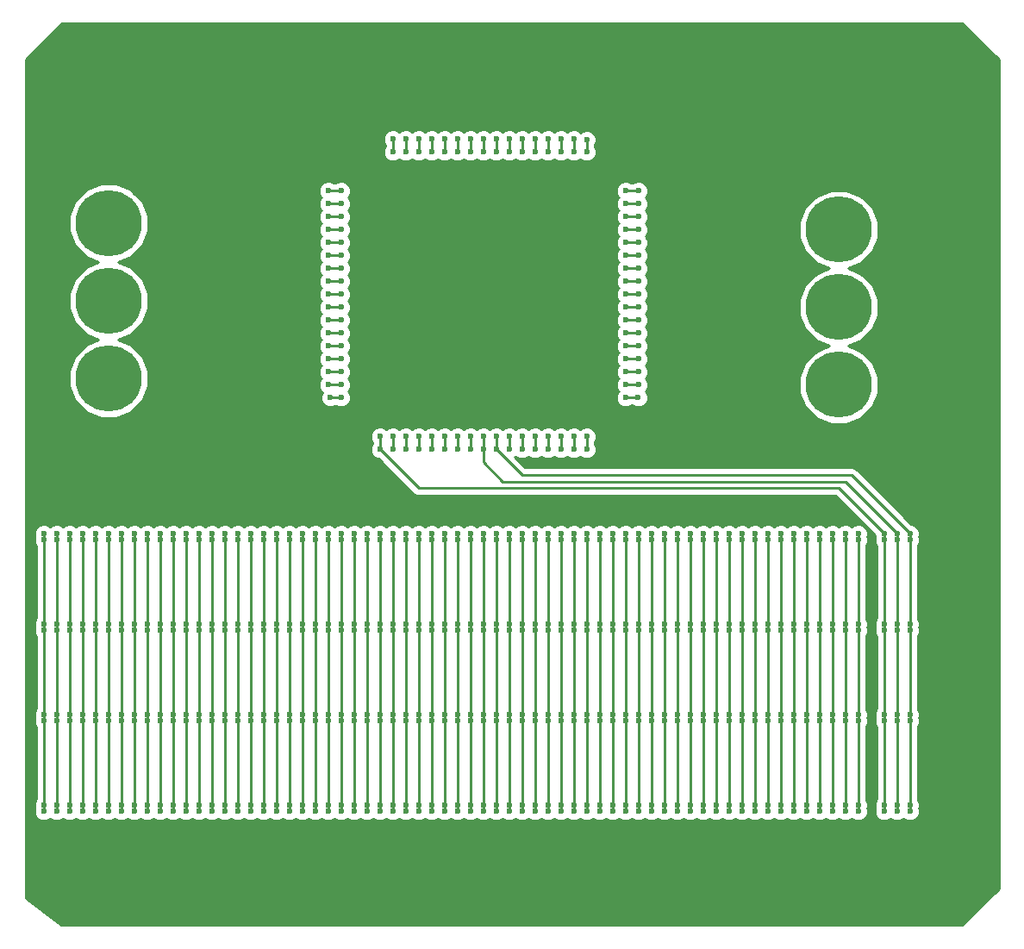
<source format=gbr>
G04 #@! TF.FileFunction,Copper,L3,Inr,Signal*
%FSLAX46Y46*%
G04 Gerber Fmt 4.6, Leading zero omitted, Abs format (unit mm)*
G04 Created by KiCad (PCBNEW 4.0.5) date Monday, February 26, 2018 'PMt' 12:55:55 PM*
%MOMM*%
%LPD*%
G01*
G04 APERTURE LIST*
%ADD10C,0.100000*%
%ADD11C,6.500000*%
%ADD12C,0.600000*%
%ADD13C,0.254000*%
G04 APERTURE END LIST*
D10*
D11*
X163830000Y-108585000D03*
X163830000Y-100965000D03*
X163830000Y-93345000D03*
X235585000Y-109220000D03*
X235585000Y-101600000D03*
X235585000Y-93980000D03*
D12*
X157480000Y-160020000D03*
X160020000Y-160020000D03*
X162560000Y-160020000D03*
X165100000Y-160020000D03*
X167640000Y-160020000D03*
X170180000Y-160020000D03*
X172720000Y-160020000D03*
X175260000Y-160020000D03*
X177800000Y-160020000D03*
X180340000Y-160020000D03*
X182880000Y-160020000D03*
X185420000Y-160020000D03*
X187960000Y-160020000D03*
X190500000Y-160020000D03*
X193040000Y-160020000D03*
X195580000Y-160020000D03*
X198120000Y-160020000D03*
X200660000Y-160020000D03*
X203200000Y-160020000D03*
X205740000Y-160020000D03*
X208280000Y-160020000D03*
X210820000Y-160020000D03*
X213360000Y-160020000D03*
X215900000Y-160020000D03*
X218440000Y-160020000D03*
X220980000Y-160020000D03*
X223520000Y-160020000D03*
X226060000Y-160020000D03*
X228600000Y-160020000D03*
X231140000Y-160020000D03*
X233680000Y-160020000D03*
X236220000Y-160020000D03*
X238760000Y-160020000D03*
X241300000Y-160020000D03*
X243840000Y-160020000D03*
X246380000Y-160020000D03*
X157480000Y-121920000D03*
X157480000Y-119380000D03*
X157480000Y-116840000D03*
X160020000Y-116840000D03*
X157480000Y-91440000D03*
X157480000Y-93980000D03*
X157480000Y-96520000D03*
X157480000Y-99060000D03*
X157480000Y-101600000D03*
X157480000Y-104140000D03*
X157480000Y-106680000D03*
X157480000Y-109220000D03*
X157480000Y-111760000D03*
X157480000Y-114300000D03*
X160020000Y-114300000D03*
X162560000Y-114300000D03*
X165100000Y-114300000D03*
X167640000Y-111760000D03*
X170180000Y-109220000D03*
X170180000Y-106680000D03*
X170180000Y-104140000D03*
X170180000Y-101600000D03*
X170180000Y-99060000D03*
X170180000Y-96520000D03*
X170180000Y-93980000D03*
X170180000Y-91440000D03*
X172720000Y-88900000D03*
X170180000Y-88900000D03*
X167640000Y-88900000D03*
X165100000Y-88900000D03*
X162560000Y-88900000D03*
X160020000Y-88900000D03*
X157480000Y-88900000D03*
X157480000Y-86360000D03*
X160020000Y-86360000D03*
X162560000Y-86360000D03*
X165100000Y-86360000D03*
X167640000Y-86360000D03*
X170180000Y-86360000D03*
X172720000Y-86360000D03*
X175260000Y-86360000D03*
X180340000Y-81280000D03*
X177800000Y-81280000D03*
X177800000Y-83820000D03*
X175260000Y-83820000D03*
X175260000Y-81280000D03*
X172720000Y-81280000D03*
X172720000Y-83820000D03*
X170180000Y-83820000D03*
X170180000Y-81280000D03*
X167640000Y-81280000D03*
X167640000Y-83820000D03*
X165100000Y-83820000D03*
X165100000Y-81280000D03*
X162560000Y-81280000D03*
X162560000Y-83820000D03*
X160020000Y-83820000D03*
X157480000Y-83820000D03*
X157480000Y-81280000D03*
X160020000Y-81280000D03*
X160020000Y-78740000D03*
X160020000Y-76200000D03*
X157480000Y-76200000D03*
X157480000Y-78740000D03*
X162560000Y-78740000D03*
X162560000Y-76200000D03*
X165100000Y-76200000D03*
X165100000Y-78740000D03*
X167640000Y-78740000D03*
X167640000Y-76200000D03*
X170180000Y-76200000D03*
X170180000Y-78740000D03*
X172720000Y-78740000D03*
X172720000Y-76200000D03*
X175260000Y-76200000D03*
X175260000Y-78740000D03*
X177800000Y-78740000D03*
X177800000Y-76200000D03*
X180340000Y-76200000D03*
X180340000Y-78740000D03*
X182880000Y-78740000D03*
X182880000Y-76200000D03*
X185420000Y-76200000D03*
X185420000Y-78740000D03*
X187960000Y-78740000D03*
X187960000Y-76200000D03*
X190500000Y-76200000D03*
X190500000Y-78740000D03*
X193040000Y-78740000D03*
X193040000Y-76200000D03*
X195580000Y-76200000D03*
X195580000Y-78740000D03*
X198120000Y-78740000D03*
X198120000Y-76200000D03*
X200660000Y-76200000D03*
X203200000Y-76200000D03*
X205740000Y-76200000D03*
X205740000Y-78740000D03*
X203200000Y-78740000D03*
X200660000Y-78740000D03*
X200660000Y-81280000D03*
X203200000Y-81280000D03*
X223520000Y-83820000D03*
X226060000Y-83820000D03*
X226060000Y-86360000D03*
X228600000Y-86360000D03*
X241300000Y-119380000D03*
X241300000Y-116840000D03*
X238760000Y-116840000D03*
X236220000Y-116840000D03*
X233680000Y-114300000D03*
X236220000Y-114300000D03*
X238760000Y-114300000D03*
X241300000Y-114300000D03*
X231140000Y-86360000D03*
X233680000Y-86360000D03*
X236220000Y-86360000D03*
X238760000Y-86360000D03*
X241300000Y-86360000D03*
X241300000Y-88900000D03*
X241300000Y-91440000D03*
X243840000Y-93980000D03*
X243840000Y-96520000D03*
X243840000Y-99060000D03*
X243840000Y-101600000D03*
X243840000Y-104140000D03*
X243840000Y-106680000D03*
X243840000Y-109220000D03*
X243840000Y-111760000D03*
X243840000Y-114300000D03*
X243840000Y-116840000D03*
X243840000Y-119380000D03*
X246380000Y-121920000D03*
X246380000Y-119380000D03*
X246380000Y-116840000D03*
X246380000Y-114300000D03*
X246380000Y-111760000D03*
X246380000Y-109220000D03*
X246380000Y-106680000D03*
X246380000Y-104140000D03*
X246380000Y-101600000D03*
X246380000Y-99060000D03*
X246380000Y-96520000D03*
X248920000Y-96520000D03*
X248920000Y-99060000D03*
X248920000Y-101600000D03*
X248920000Y-104140000D03*
X248920000Y-106680000D03*
X248920000Y-109220000D03*
X248920000Y-111760000D03*
X248920000Y-114300000D03*
X248920000Y-116840000D03*
X248920000Y-119380000D03*
X248920000Y-121920000D03*
X200660000Y-101600000D03*
X200660000Y-99060000D03*
X198120000Y-99060000D03*
X198120000Y-101600000D03*
X198120000Y-104140000D03*
X200660000Y-104140000D03*
X203200000Y-104140000D03*
X203200000Y-101600000D03*
X203200000Y-99060000D03*
X203200000Y-96520000D03*
X200660000Y-96520000D03*
X198120000Y-96520000D03*
X195580000Y-96520000D03*
X195580000Y-99060000D03*
X195580000Y-101600000D03*
X195580000Y-104140000D03*
X195580000Y-106680000D03*
X198120000Y-106680000D03*
X200660000Y-106680000D03*
X203200000Y-106680000D03*
X205740000Y-106680000D03*
X205740000Y-104140000D03*
X205740000Y-101600000D03*
X205740000Y-99060000D03*
X205740000Y-96520000D03*
X205740000Y-93980000D03*
X203200000Y-93980000D03*
X200660000Y-93980000D03*
X198120000Y-93980000D03*
X195580000Y-93980000D03*
X193040000Y-93980000D03*
X193040000Y-96520000D03*
X193040000Y-99060000D03*
X193040000Y-101600000D03*
X193040000Y-104140000D03*
X193040000Y-106680000D03*
X193040000Y-109220000D03*
X195580000Y-109220000D03*
X198120000Y-109220000D03*
X200660000Y-109220000D03*
X203200000Y-109220000D03*
X205740000Y-109220000D03*
X208280000Y-109220000D03*
X208280000Y-106680000D03*
X208280000Y-104140000D03*
X208280000Y-101600000D03*
X208280000Y-99060000D03*
X208280000Y-96520000D03*
X208280000Y-93980000D03*
X208280000Y-91440000D03*
X205740000Y-91440000D03*
X203200000Y-91440000D03*
X200660000Y-91440000D03*
X198120000Y-91440000D03*
X195580000Y-91440000D03*
X193040000Y-91440000D03*
X248666000Y-159004000D03*
X248666000Y-153416000D03*
X248666000Y-150114000D03*
X248666000Y-144526000D03*
X248666000Y-141224000D03*
X248666000Y-135636000D03*
X248666000Y-132334000D03*
X248666000Y-126746000D03*
X190500000Y-85145379D03*
X238760000Y-123825000D03*
X238760000Y-124460000D03*
X238760000Y-132715000D03*
X238760000Y-133350000D03*
X238760000Y-141605000D03*
X238760000Y-142240000D03*
X238760000Y-150495000D03*
X238760000Y-151130000D03*
X190500000Y-86360000D03*
X242570000Y-124460000D03*
X242570000Y-123825000D03*
X242570000Y-132715000D03*
X242570000Y-133350000D03*
X242570000Y-141605000D03*
X242570000Y-142240000D03*
X242570000Y-150495000D03*
X242570000Y-151130000D03*
X201930000Y-115570000D03*
X201930000Y-114300000D03*
X241300000Y-124460000D03*
X241300000Y-123825000D03*
X241300000Y-132715000D03*
X241300000Y-133350000D03*
X241300000Y-141605000D03*
X241300000Y-142240000D03*
X241300000Y-150495000D03*
X241300000Y-151130000D03*
X200660000Y-115570000D03*
X200660000Y-114300000D03*
X240030000Y-123825000D03*
X240030000Y-124460000D03*
X240030000Y-132715000D03*
X240030000Y-133350000D03*
X240030000Y-141605000D03*
X240030000Y-142240000D03*
X240030000Y-150495000D03*
X240030000Y-151130000D03*
X190500000Y-115570000D03*
X190500000Y-114300000D03*
X237490000Y-123825000D03*
X237490000Y-124460000D03*
X237490000Y-132715000D03*
X237490000Y-133350000D03*
X237490000Y-141605000D03*
X237490000Y-142240000D03*
X237490000Y-150495000D03*
X237490000Y-151130000D03*
X201930000Y-85090000D03*
X201930000Y-86360000D03*
X236220000Y-123825000D03*
X236220000Y-124460000D03*
X236220000Y-132715000D03*
X236220000Y-133350000D03*
X236220000Y-141605000D03*
X236220000Y-142240000D03*
X236220000Y-150495000D03*
X236220000Y-151130000D03*
X203200000Y-85090000D03*
X203200000Y-86360000D03*
X234950000Y-123825000D03*
X234950000Y-124460000D03*
X234950000Y-132715000D03*
X234950000Y-133350000D03*
X234950000Y-141605000D03*
X234950000Y-142240000D03*
X234950000Y-150495000D03*
X234950000Y-151130000D03*
X204470000Y-85090000D03*
X204470000Y-86360000D03*
X233680000Y-123825000D03*
X233680000Y-124460000D03*
X233680000Y-132715000D03*
X233680000Y-133350000D03*
X233680000Y-141605000D03*
X233680000Y-142240000D03*
X233680000Y-150495000D03*
X233680000Y-151130000D03*
X205740000Y-85090000D03*
X205740000Y-86360000D03*
X232410000Y-123825000D03*
X232410000Y-124460000D03*
X232410000Y-132715000D03*
X232410000Y-133350000D03*
X232410000Y-141605000D03*
X232410000Y-142240000D03*
X232410000Y-150495000D03*
X232410000Y-151130000D03*
X207010000Y-85090000D03*
X207010000Y-86360000D03*
X231140000Y-123825000D03*
X231140000Y-124460000D03*
X231140000Y-132715000D03*
X231140000Y-133350000D03*
X231140000Y-141605000D03*
X231140000Y-142240000D03*
X231140000Y-150495000D03*
X231140000Y-151130000D03*
X208280000Y-85090000D03*
X208280000Y-86360000D03*
X229870000Y-123825000D03*
X229870000Y-124460000D03*
X229870000Y-132715000D03*
X229870000Y-133350000D03*
X229870000Y-141605000D03*
X229870000Y-142240000D03*
X229870000Y-150495000D03*
X229870000Y-151130000D03*
X209550000Y-85090000D03*
X209550000Y-86360000D03*
X210820000Y-85136010D03*
X228600000Y-123825000D03*
X228600000Y-124460000D03*
X228600000Y-132715000D03*
X228600000Y-133350000D03*
X228600000Y-141605000D03*
X228600000Y-142240000D03*
X228600000Y-150495000D03*
X228600000Y-151130000D03*
X210820000Y-86360000D03*
X227330000Y-123825000D03*
X227330000Y-124460000D03*
X227330000Y-132715000D03*
X227330000Y-133350000D03*
X227330000Y-141605000D03*
X227330000Y-142240000D03*
X227330000Y-150495000D03*
X227330000Y-151130000D03*
X215900000Y-90170000D03*
X214630000Y-90170000D03*
X226060000Y-123825000D03*
X226060000Y-124460000D03*
X226060000Y-132715000D03*
X226060000Y-133350000D03*
X226060000Y-141605000D03*
X226060000Y-142240000D03*
X226060000Y-150495000D03*
X226060000Y-151130000D03*
X215900000Y-91440000D03*
X214630000Y-91440000D03*
X224790000Y-123825000D03*
X224790000Y-124460000D03*
X224790000Y-132715000D03*
X224790000Y-133350000D03*
X224790000Y-141605000D03*
X224790000Y-142240000D03*
X224790000Y-150495000D03*
X224790000Y-151130000D03*
X215900000Y-92710000D03*
X214630000Y-92710000D03*
X223520000Y-123825000D03*
X223520000Y-124460000D03*
X223520000Y-132715000D03*
X223520000Y-133350000D03*
X223520000Y-141605000D03*
X223520000Y-142240000D03*
X223520000Y-150495000D03*
X223520000Y-151130000D03*
X215900000Y-93980000D03*
X214630000Y-93980000D03*
X222250000Y-123825000D03*
X222250000Y-124460000D03*
X222250000Y-132715000D03*
X222250000Y-133350000D03*
X222250000Y-141605000D03*
X222250000Y-142240000D03*
X222250000Y-150495000D03*
X222250000Y-151130000D03*
X215900000Y-95250000D03*
X214630000Y-95250000D03*
X220980000Y-123825000D03*
X220980000Y-124460000D03*
X220980000Y-132715000D03*
X220980000Y-133350000D03*
X220980000Y-141605000D03*
X220980000Y-142240000D03*
X220980000Y-150495000D03*
X220980000Y-151130000D03*
X215900000Y-96520000D03*
X214630000Y-96520000D03*
X219710000Y-123825000D03*
X219710000Y-124460000D03*
X219710000Y-132715000D03*
X219710000Y-133350000D03*
X219710000Y-141605000D03*
X219710000Y-142240000D03*
X219710000Y-150495000D03*
X219710000Y-151130000D03*
X215900000Y-97790000D03*
X214630000Y-97790000D03*
X218440000Y-123825000D03*
X218440000Y-124460000D03*
X218440000Y-132715000D03*
X218440000Y-133350000D03*
X218440000Y-141605000D03*
X218440000Y-142240000D03*
X218440000Y-150495000D03*
X218440000Y-151130000D03*
X215900000Y-99060000D03*
X214630000Y-99060000D03*
X217170000Y-123825000D03*
X217170000Y-124460000D03*
X217170000Y-132715000D03*
X217170000Y-133350000D03*
X217170000Y-141605000D03*
X217170000Y-142240000D03*
X217170000Y-150495000D03*
X217170000Y-151130000D03*
X215900000Y-100330000D03*
X214630000Y-100330000D03*
X215900000Y-123825000D03*
X215900000Y-124460000D03*
X215900000Y-132715000D03*
X215900000Y-133350000D03*
X215900000Y-141605000D03*
X215900000Y-142240000D03*
X215900000Y-150495000D03*
X215900000Y-151130000D03*
X215900000Y-101600000D03*
X214630000Y-101600000D03*
X214630000Y-123825000D03*
X214630000Y-124460000D03*
X214630000Y-132715000D03*
X214630000Y-133350000D03*
X214630000Y-141605000D03*
X214630000Y-142240000D03*
X214630000Y-150495000D03*
X214630000Y-151130000D03*
X215900000Y-102870000D03*
X214630000Y-102870000D03*
X213360000Y-123825000D03*
X213360000Y-124460000D03*
X213360000Y-132715000D03*
X213360000Y-133350000D03*
X213360000Y-141605000D03*
X213360000Y-142240000D03*
X213360000Y-150495000D03*
X213360000Y-151130000D03*
X215900000Y-104140000D03*
X214630000Y-104140000D03*
X212090000Y-123825000D03*
X212090000Y-124460000D03*
X212090000Y-132715000D03*
X212090000Y-133350000D03*
X212090000Y-141605000D03*
X212090000Y-142240000D03*
X212090000Y-150495000D03*
X212090000Y-151130000D03*
X215900000Y-105410000D03*
X214630000Y-105410000D03*
X210820000Y-123825000D03*
X210820000Y-124460000D03*
X210820000Y-132715000D03*
X210820000Y-133350000D03*
X210820000Y-141605000D03*
X210820000Y-142240000D03*
X210820000Y-150495000D03*
X210820000Y-151130000D03*
X215900000Y-106680000D03*
X214630000Y-106680000D03*
X209550000Y-123825000D03*
X209550000Y-124460000D03*
X209550000Y-132715000D03*
X209550000Y-133350000D03*
X209550000Y-141605000D03*
X209550000Y-142240000D03*
X209550000Y-150495000D03*
X209550000Y-151130000D03*
X215900000Y-107950000D03*
X214630000Y-107950000D03*
X208280000Y-123825000D03*
X208280000Y-124460000D03*
X208280000Y-132715000D03*
X208280000Y-133350000D03*
X208280000Y-141605000D03*
X208280000Y-142240000D03*
X208280000Y-150495000D03*
X208280000Y-151130000D03*
X215900000Y-109220000D03*
X214630000Y-109220000D03*
X215880263Y-110490000D03*
X207010000Y-123825000D03*
X207010000Y-124460000D03*
X207010000Y-132715000D03*
X207010000Y-133350000D03*
X207010000Y-141605000D03*
X207010000Y-142240000D03*
X207010000Y-150495000D03*
X207010000Y-151130000D03*
X214630000Y-110490000D03*
X205740000Y-123825000D03*
X205740000Y-124460000D03*
X205740000Y-132715000D03*
X205740000Y-133350000D03*
X205740000Y-141605000D03*
X205740000Y-142240000D03*
X205740000Y-150495000D03*
X205740000Y-151130000D03*
X210820000Y-115570000D03*
X210820000Y-114300000D03*
X204470000Y-123825000D03*
X204470000Y-124460000D03*
X204470000Y-132715000D03*
X204470000Y-133350000D03*
X204470000Y-141605000D03*
X204470000Y-142240000D03*
X204470000Y-150495000D03*
X204470000Y-151130000D03*
X209550000Y-115570000D03*
X209550000Y-114300000D03*
X203200000Y-123825000D03*
X203200000Y-124460000D03*
X203200000Y-132715000D03*
X203200000Y-133350000D03*
X203200000Y-141605000D03*
X203200000Y-142240000D03*
X203200000Y-150495000D03*
X203200000Y-151130000D03*
X208280000Y-115570000D03*
X208280000Y-114300000D03*
X201930000Y-123825000D03*
X201930000Y-124460000D03*
X201930000Y-132715000D03*
X201930000Y-133350000D03*
X201930000Y-141605000D03*
X201930000Y-142240000D03*
X201930000Y-150495000D03*
X201930000Y-151130000D03*
X207010000Y-115570000D03*
X207010000Y-114300000D03*
X200660000Y-123825000D03*
X200660000Y-124460000D03*
X200660000Y-132715000D03*
X200660000Y-133350000D03*
X200660000Y-141605000D03*
X200660000Y-142240000D03*
X200660000Y-150495000D03*
X200660000Y-151130000D03*
X205740000Y-115570000D03*
X205740000Y-114300000D03*
X199390000Y-123825000D03*
X199390000Y-124460000D03*
X199390000Y-132715000D03*
X199390000Y-133350000D03*
X199390000Y-141605000D03*
X199390000Y-142240000D03*
X199390000Y-150495000D03*
X199390000Y-151130000D03*
X204470000Y-115570000D03*
X204470000Y-114300000D03*
X198120000Y-123825000D03*
X198120000Y-124460000D03*
X198120000Y-132715000D03*
X198120000Y-133350000D03*
X198120000Y-141605000D03*
X198120000Y-142240000D03*
X198120000Y-150495000D03*
X198120000Y-151130000D03*
X203200000Y-115570000D03*
X203200000Y-114300000D03*
X196850000Y-123825000D03*
X196850000Y-124460000D03*
X196850000Y-132715000D03*
X196850000Y-133350000D03*
X196850000Y-141605000D03*
X196850000Y-142240000D03*
X196850000Y-150495000D03*
X196850000Y-151130000D03*
X199390000Y-115570000D03*
X199390000Y-114300000D03*
X195580000Y-123825000D03*
X195580000Y-124460000D03*
X195580000Y-132715000D03*
X195580000Y-133350000D03*
X195580000Y-141605000D03*
X195580000Y-142240000D03*
X195580000Y-150495000D03*
X195580000Y-151130000D03*
X198120000Y-115570000D03*
X198120000Y-114300000D03*
X194310000Y-123825000D03*
X194310000Y-124460000D03*
X194310000Y-132715000D03*
X194310000Y-133350000D03*
X194310000Y-141605000D03*
X194310000Y-142240000D03*
X194310000Y-150495000D03*
X194310000Y-151130000D03*
X196850000Y-115570000D03*
X196850000Y-114300000D03*
X193040000Y-123825000D03*
X193040000Y-124460000D03*
X193040000Y-132715000D03*
X193040000Y-133350000D03*
X193040000Y-141605000D03*
X193040000Y-142240000D03*
X193040000Y-150495000D03*
X193040000Y-151130000D03*
X195580000Y-115570000D03*
X195580000Y-114300000D03*
X191770000Y-123825000D03*
X191770000Y-124460000D03*
X191770000Y-132715000D03*
X191770000Y-133350000D03*
X191770000Y-141605000D03*
X191770000Y-142240000D03*
X191770000Y-150495000D03*
X191770000Y-151130000D03*
X194310000Y-115570000D03*
X194310000Y-114300000D03*
X190500000Y-123825000D03*
X190500000Y-124460000D03*
X190500000Y-132715000D03*
X190500000Y-133350000D03*
X190500000Y-141605000D03*
X190500000Y-142240000D03*
X190500000Y-150495000D03*
X190500000Y-151130000D03*
X193040000Y-115570000D03*
X193040000Y-114300000D03*
X189230000Y-123825000D03*
X189230000Y-124460000D03*
X189230000Y-132715000D03*
X189230000Y-133350000D03*
X189230000Y-141605000D03*
X189230000Y-142240000D03*
X189230000Y-150495000D03*
X189230000Y-151130000D03*
X191770000Y-115570000D03*
X191770000Y-114300000D03*
X185619404Y-110490000D03*
X187960000Y-123825000D03*
X187960000Y-124460000D03*
X187960000Y-132715000D03*
X187960000Y-133350000D03*
X187960000Y-141605000D03*
X187960000Y-142240000D03*
X187960000Y-150495000D03*
X187960000Y-151130000D03*
X186690000Y-110490000D03*
X186690000Y-123825000D03*
X186690000Y-124460000D03*
X186690000Y-132715000D03*
X186690000Y-133350000D03*
X186690000Y-141605000D03*
X186690000Y-142240000D03*
X186690000Y-150495000D03*
X186690000Y-151130000D03*
X185420000Y-109220000D03*
X186690000Y-109220000D03*
X185420000Y-123825000D03*
X185420000Y-124460000D03*
X185420000Y-132715000D03*
X185420000Y-133350000D03*
X185420000Y-141605000D03*
X185420000Y-142240000D03*
X185420000Y-150495000D03*
X185420000Y-151130000D03*
X185420000Y-107950000D03*
X186690000Y-107950000D03*
X184150000Y-123825000D03*
X184150000Y-124460000D03*
X184150000Y-132715000D03*
X184150000Y-133350000D03*
X184150000Y-141605000D03*
X184150000Y-142240000D03*
X184150000Y-150495000D03*
X184150000Y-151130000D03*
X185420000Y-106680000D03*
X186690000Y-106680000D03*
X182880000Y-123825000D03*
X182880000Y-124460000D03*
X182880000Y-132715000D03*
X182880000Y-133350000D03*
X182880000Y-141605000D03*
X182880000Y-142240000D03*
X182880000Y-150495000D03*
X182880000Y-151130000D03*
X185420000Y-105410000D03*
X186690000Y-105410000D03*
X181610000Y-123825000D03*
X181610000Y-124460000D03*
X181610000Y-132715000D03*
X181610000Y-133350000D03*
X181610000Y-141605000D03*
X181610000Y-142240000D03*
X181610000Y-150495000D03*
X181610000Y-151130000D03*
X185420000Y-104140000D03*
X186690000Y-104140000D03*
X180340000Y-123825000D03*
X180340000Y-124460000D03*
X180340000Y-132715000D03*
X180340000Y-133350000D03*
X180340000Y-141605000D03*
X180340000Y-142240000D03*
X180340000Y-150495000D03*
X180340000Y-151130000D03*
X185420000Y-102870000D03*
X186690000Y-102870000D03*
X179070000Y-123825000D03*
X179070000Y-124460000D03*
X179070000Y-132715000D03*
X179070000Y-133350000D03*
X179070000Y-141605000D03*
X179070000Y-142240000D03*
X179070000Y-150495000D03*
X179070000Y-151130000D03*
X185420000Y-101600000D03*
X186690000Y-101600000D03*
X177800000Y-123825000D03*
X177800000Y-124460000D03*
X177800000Y-132715000D03*
X177800000Y-133350000D03*
X177800000Y-141605000D03*
X177800000Y-142240000D03*
X177800000Y-150495000D03*
X177800000Y-151130000D03*
X185420000Y-100330000D03*
X186690000Y-100330000D03*
X176530000Y-123825000D03*
X176530000Y-124460000D03*
X176530000Y-132715000D03*
X176530000Y-133350000D03*
X176530000Y-141605000D03*
X176530000Y-142240000D03*
X176530000Y-150495000D03*
X176530000Y-151130000D03*
X185420000Y-99060000D03*
X186690000Y-99060000D03*
X175260000Y-123825000D03*
X175260000Y-124460000D03*
X175260000Y-132715000D03*
X175260000Y-133350000D03*
X175260000Y-141605000D03*
X175260000Y-142240000D03*
X175260000Y-150495000D03*
X175260000Y-151130000D03*
X185420000Y-97790000D03*
X186690000Y-97790000D03*
X173990000Y-123825000D03*
X173990000Y-124460000D03*
X173990000Y-132715000D03*
X173990000Y-133350000D03*
X173990000Y-141605000D03*
X173990000Y-142240000D03*
X173990000Y-150495000D03*
X173990000Y-151130000D03*
X185420000Y-96520000D03*
X186690000Y-96520000D03*
X172720000Y-123825000D03*
X172720000Y-124460000D03*
X172720000Y-132715000D03*
X172720000Y-133350000D03*
X172720000Y-141605000D03*
X172720000Y-142240000D03*
X172720000Y-150495000D03*
X172720000Y-151130000D03*
X185420000Y-95250000D03*
X186690000Y-95250000D03*
X171450000Y-123825000D03*
X171450000Y-124460000D03*
X171450000Y-132715000D03*
X171450000Y-133350000D03*
X171450000Y-141605000D03*
X171450000Y-142240000D03*
X171450000Y-150495000D03*
X171450000Y-151130000D03*
X185420000Y-93980000D03*
X186690000Y-93980000D03*
X170180000Y-123825000D03*
X170180000Y-124460000D03*
X170180000Y-132715000D03*
X170180000Y-133350000D03*
X170180000Y-141605000D03*
X170180000Y-142240000D03*
X170180000Y-150495000D03*
X170180000Y-151130000D03*
X185420000Y-92710000D03*
X186690000Y-92710000D03*
X168910000Y-123825000D03*
X168910000Y-124460000D03*
X168910000Y-132715000D03*
X168910000Y-133350000D03*
X168910000Y-141605000D03*
X168910000Y-142240000D03*
X168910000Y-150495000D03*
X168910000Y-151130000D03*
X185420000Y-91440000D03*
X186690000Y-91440000D03*
X167640000Y-123825000D03*
X167640000Y-124460000D03*
X167640000Y-132715000D03*
X167640000Y-133350000D03*
X167640000Y-141605000D03*
X167640000Y-142240000D03*
X167640000Y-150495000D03*
X167640000Y-151130000D03*
X185420000Y-90170000D03*
X186690000Y-90170000D03*
X166370000Y-123825000D03*
X166370000Y-124460000D03*
X166370000Y-132715000D03*
X166370000Y-133350000D03*
X166370000Y-141605000D03*
X166370000Y-142240000D03*
X166370000Y-150495000D03*
X166370000Y-151130000D03*
X191770000Y-85090000D03*
X191770000Y-86360000D03*
X165100000Y-123825000D03*
X165100000Y-124460000D03*
X165100000Y-132715000D03*
X165100000Y-133350000D03*
X165100000Y-141605000D03*
X165100000Y-142240000D03*
X165100000Y-150495000D03*
X165100000Y-151130000D03*
X193040000Y-85090000D03*
X193040000Y-86360000D03*
X163830000Y-123825000D03*
X163830000Y-124460000D03*
X163830000Y-132715000D03*
X163830000Y-133350000D03*
X163830000Y-141605000D03*
X163830000Y-142240000D03*
X163830000Y-150495000D03*
X163830000Y-151130000D03*
X194310000Y-85090000D03*
X194310000Y-86360000D03*
X162560000Y-123825000D03*
X162560000Y-124460000D03*
X162560000Y-132715000D03*
X162560000Y-133350000D03*
X162560000Y-141605000D03*
X162560000Y-142240000D03*
X162560000Y-150495000D03*
X162560000Y-151130000D03*
X195580000Y-85090000D03*
X195580000Y-86360000D03*
X161290000Y-123825000D03*
X161290000Y-124460000D03*
X161290000Y-132715000D03*
X161290000Y-133350000D03*
X161290000Y-141605000D03*
X161290000Y-142240000D03*
X161290000Y-150495000D03*
X161290000Y-151130000D03*
X196850000Y-85090000D03*
X196850000Y-86360000D03*
X160020000Y-123825000D03*
X160020000Y-124460000D03*
X160020000Y-132715000D03*
X160020000Y-133350000D03*
X160020000Y-141605000D03*
X160020000Y-142240000D03*
X160020000Y-150495000D03*
X160020000Y-151130000D03*
X198120000Y-85090000D03*
X198120000Y-86360000D03*
X158750000Y-123825000D03*
X158750000Y-124460000D03*
X158750000Y-132715000D03*
X158750000Y-133350000D03*
X158750000Y-141605000D03*
X158750000Y-142240000D03*
X158750000Y-150495000D03*
X158750000Y-151130000D03*
X199390000Y-85090000D03*
X199390000Y-86360000D03*
X157480000Y-123825000D03*
X157480000Y-124460000D03*
X157480000Y-132715000D03*
X157480000Y-133350000D03*
X157480000Y-141605000D03*
X157480000Y-142240000D03*
X157480000Y-150495000D03*
X157480000Y-151130000D03*
X200660000Y-85090000D03*
X200660000Y-86360000D03*
D13*
X190500000Y-86360000D02*
X190500000Y-85145379D01*
X238760000Y-151130000D02*
X238760000Y-123825000D01*
X201930000Y-115570000D02*
X204470000Y-118110000D01*
X204470000Y-118110000D02*
X236855000Y-118110000D01*
X236855000Y-118110000D02*
X242570000Y-123825000D01*
X242570000Y-151130000D02*
X242570000Y-123825000D01*
X201930000Y-114300000D02*
X201930000Y-115570000D01*
X202565000Y-118745000D02*
X236220000Y-118745000D01*
X236220000Y-118745000D02*
X241300000Y-123825000D01*
X200660000Y-116840000D02*
X202565000Y-118745000D01*
X200660000Y-115570000D02*
X200660000Y-116840000D01*
X241300000Y-151130000D02*
X241300000Y-123825000D01*
X200660000Y-114300000D02*
X200660000Y-115570000D01*
X190500000Y-115570000D02*
X194310000Y-119380000D01*
X235585000Y-119380000D02*
X240030000Y-123825000D01*
X194310000Y-119380000D02*
X235585000Y-119380000D01*
X240030000Y-151130000D02*
X240030000Y-123825000D01*
X190500000Y-114300000D02*
X190500000Y-115570000D01*
X237490000Y-151130000D02*
X237490000Y-123825000D01*
X201930000Y-86360000D02*
X201930000Y-85090000D01*
X236220000Y-151130000D02*
X236220000Y-123825000D01*
X203200000Y-86360000D02*
X203200000Y-85090000D01*
X234950000Y-151130000D02*
X234950000Y-123825000D01*
X204470000Y-86360000D02*
X204470000Y-85090000D01*
X233680000Y-151130000D02*
X233680000Y-123825000D01*
X205740000Y-86360000D02*
X205740000Y-85090000D01*
X232410000Y-151130000D02*
X232410000Y-123825000D01*
X207010000Y-86360000D02*
X207010000Y-85090000D01*
X231140000Y-151130000D02*
X231140000Y-123825000D01*
X208280000Y-86360000D02*
X208280000Y-85090000D01*
X229870000Y-151130000D02*
X229870000Y-123825000D01*
X209550000Y-86360000D02*
X209550000Y-85090000D01*
X210820000Y-86360000D02*
X210820000Y-85136010D01*
X228600000Y-151130000D02*
X228600000Y-123825000D01*
X227330000Y-151130000D02*
X227330000Y-123825000D01*
X214630000Y-90170000D02*
X215900000Y-90170000D01*
X226060000Y-151130000D02*
X226060000Y-123825000D01*
X214630000Y-91440000D02*
X215900000Y-91440000D01*
X224790000Y-151130000D02*
X224790000Y-123825000D01*
X214630000Y-92710000D02*
X215900000Y-92710000D01*
X223520000Y-151130000D02*
X223520000Y-123825000D01*
X214630000Y-93980000D02*
X215900000Y-93980000D01*
X222250000Y-151130000D02*
X222250000Y-123825000D01*
X214630000Y-95250000D02*
X215900000Y-95250000D01*
X220980000Y-151130000D02*
X220980000Y-123825000D01*
X214630000Y-96520000D02*
X215900000Y-96520000D01*
X219710000Y-151130000D02*
X219710000Y-123825000D01*
X214630000Y-97790000D02*
X215900000Y-97790000D01*
X218440000Y-151130000D02*
X218440000Y-123825000D01*
X214630000Y-99060000D02*
X215900000Y-99060000D01*
X217170000Y-151130000D02*
X217170000Y-123825000D01*
X214630000Y-100330000D02*
X215900000Y-100330000D01*
X215900000Y-151130000D02*
X215900000Y-123825000D01*
X214630000Y-101600000D02*
X215900000Y-101600000D01*
X214630000Y-151130000D02*
X214630000Y-123825000D01*
X214630000Y-102870000D02*
X215900000Y-102870000D01*
X213360000Y-151130000D02*
X213360000Y-123825000D01*
X214630000Y-104140000D02*
X215900000Y-104140000D01*
X212090000Y-151130000D02*
X212090000Y-123825000D01*
X214630000Y-105410000D02*
X215900000Y-105410000D01*
X210820000Y-151130000D02*
X210820000Y-123825000D01*
X214630000Y-106680000D02*
X215900000Y-106680000D01*
X209550000Y-151130000D02*
X209550000Y-123825000D01*
X214630000Y-107950000D02*
X215900000Y-107950000D01*
X208280000Y-151130000D02*
X208280000Y-123825000D01*
X214630000Y-109220000D02*
X215900000Y-109220000D01*
X214630000Y-110490000D02*
X215880263Y-110490000D01*
X207010000Y-151130000D02*
X207010000Y-123825000D01*
X205740000Y-151130000D02*
X205740000Y-123825000D01*
X210820000Y-114300000D02*
X210820000Y-115570000D01*
X204470000Y-151130000D02*
X204470000Y-123825000D01*
X209550000Y-114300000D02*
X209550000Y-115570000D01*
X203200000Y-151130000D02*
X203200000Y-123825000D01*
X208280000Y-114300000D02*
X208280000Y-115570000D01*
X201930000Y-151130000D02*
X201930000Y-123825000D01*
X207010000Y-114300000D02*
X207010000Y-115570000D01*
X200660000Y-151130000D02*
X200660000Y-123825000D01*
X205740000Y-114300000D02*
X205740000Y-115570000D01*
X199390000Y-151130000D02*
X199390000Y-123825000D01*
X204470000Y-114300000D02*
X204470000Y-115570000D01*
X198120000Y-151130000D02*
X198120000Y-123825000D01*
X203200000Y-114300000D02*
X203200000Y-115570000D01*
X196850000Y-151130000D02*
X196850000Y-123825000D01*
X199390000Y-114300000D02*
X199390000Y-115570000D01*
X195580000Y-151130000D02*
X195580000Y-123825000D01*
X198120000Y-114300000D02*
X198120000Y-115570000D01*
X194310000Y-151130000D02*
X194310000Y-123825000D01*
X196850000Y-114300000D02*
X196850000Y-115570000D01*
X193040000Y-151130000D02*
X193040000Y-123825000D01*
X195580000Y-114300000D02*
X195580000Y-115570000D01*
X191770000Y-151130000D02*
X191770000Y-123825000D01*
X194310000Y-114300000D02*
X194310000Y-115570000D01*
X190500000Y-151130000D02*
X190500000Y-123825000D01*
X193040000Y-114300000D02*
X193040000Y-115570000D01*
X189230000Y-151130000D02*
X189230000Y-123825000D01*
X191770000Y-114300000D02*
X191770000Y-115570000D01*
X186690000Y-110490000D02*
X185619404Y-110490000D01*
X187960000Y-151130000D02*
X187960000Y-123825000D01*
X186690000Y-151130000D02*
X186690000Y-123825000D01*
X186690000Y-109220000D02*
X185420000Y-109220000D01*
X185420000Y-151130000D02*
X185420000Y-123825000D01*
X186690000Y-107950000D02*
X185420000Y-107950000D01*
X184150000Y-151130000D02*
X184150000Y-123825000D01*
X186690000Y-106680000D02*
X185420000Y-106680000D01*
X182880000Y-151130000D02*
X182880000Y-123825000D01*
X186690000Y-105410000D02*
X185420000Y-105410000D01*
X181610000Y-151130000D02*
X181610000Y-123825000D01*
X186690000Y-104140000D02*
X185420000Y-104140000D01*
X180340000Y-151130000D02*
X180340000Y-123825000D01*
X186690000Y-102870000D02*
X185420000Y-102870000D01*
X179070000Y-151130000D02*
X179070000Y-123825000D01*
X186690000Y-101600000D02*
X185420000Y-101600000D01*
X177800000Y-151130000D02*
X177800000Y-123825000D01*
X186690000Y-100330000D02*
X185420000Y-100330000D01*
X176530000Y-151130000D02*
X176530000Y-123825000D01*
X186690000Y-99060000D02*
X185420000Y-99060000D01*
X175260000Y-151130000D02*
X175260000Y-123825000D01*
X186690000Y-97790000D02*
X185420000Y-97790000D01*
X173990000Y-151130000D02*
X173990000Y-123825000D01*
X186690000Y-96520000D02*
X185420000Y-96520000D01*
X172720000Y-151130000D02*
X172720000Y-123825000D01*
X186690000Y-95250000D02*
X185420000Y-95250000D01*
X171450000Y-151130000D02*
X171450000Y-123825000D01*
X186690000Y-93980000D02*
X185420000Y-93980000D01*
X170180000Y-151130000D02*
X170180000Y-123825000D01*
X186690000Y-92710000D02*
X185420000Y-92710000D01*
X168910000Y-151130000D02*
X168910000Y-123825000D01*
X186690000Y-91440000D02*
X185420000Y-91440000D01*
X167640000Y-151130000D02*
X167640000Y-123825000D01*
X186690000Y-90170000D02*
X185420000Y-90170000D01*
X166370000Y-151130000D02*
X166370000Y-123825000D01*
X191770000Y-86360000D02*
X191770000Y-85090000D01*
X165100000Y-151130000D02*
X165100000Y-123825000D01*
X193040000Y-86360000D02*
X193040000Y-85090000D01*
X163830000Y-151130000D02*
X163830000Y-123825000D01*
X194310000Y-86360000D02*
X194310000Y-85090000D01*
X162560000Y-151130000D02*
X162560000Y-123825000D01*
X195580000Y-86360000D02*
X195580000Y-85090000D01*
X161290000Y-151130000D02*
X161290000Y-123825000D01*
X196850000Y-86360000D02*
X196850000Y-85090000D01*
X160020000Y-151130000D02*
X160020000Y-123825000D01*
X198120000Y-86360000D02*
X198120000Y-85090000D01*
X158750000Y-151130000D02*
X158750000Y-123825000D01*
X199390000Y-86360000D02*
X199390000Y-85090000D01*
X157480000Y-151130000D02*
X157480000Y-123825000D01*
X200660000Y-86360000D02*
X200660000Y-85090000D01*
G36*
X251290000Y-77294092D02*
X251290000Y-158705908D01*
X247705908Y-162290000D01*
X159236667Y-162290000D01*
X155710000Y-159645000D01*
X155710000Y-124010167D01*
X156544838Y-124010167D01*
X156599476Y-124142400D01*
X156545162Y-124273201D01*
X156544838Y-124645167D01*
X156686883Y-124988943D01*
X156718000Y-125020114D01*
X156718000Y-132154534D01*
X156687808Y-132184673D01*
X156545162Y-132528201D01*
X156544838Y-132900167D01*
X156599476Y-133032400D01*
X156545162Y-133163201D01*
X156544838Y-133535167D01*
X156686883Y-133878943D01*
X156718000Y-133910114D01*
X156718000Y-141044534D01*
X156687808Y-141074673D01*
X156545162Y-141418201D01*
X156544838Y-141790167D01*
X156599476Y-141922400D01*
X156545162Y-142053201D01*
X156544838Y-142425167D01*
X156686883Y-142768943D01*
X156718000Y-142800114D01*
X156718000Y-149934534D01*
X156687808Y-149964673D01*
X156545162Y-150308201D01*
X156544838Y-150680167D01*
X156599476Y-150812400D01*
X156545162Y-150943201D01*
X156544838Y-151315167D01*
X156686883Y-151658943D01*
X156949673Y-151922192D01*
X157293201Y-152064838D01*
X157665167Y-152065162D01*
X158008943Y-151923117D01*
X158114954Y-151817290D01*
X158219673Y-151922192D01*
X158563201Y-152064838D01*
X158935167Y-152065162D01*
X159278943Y-151923117D01*
X159384954Y-151817290D01*
X159489673Y-151922192D01*
X159833201Y-152064838D01*
X160205167Y-152065162D01*
X160548943Y-151923117D01*
X160654954Y-151817290D01*
X160759673Y-151922192D01*
X161103201Y-152064838D01*
X161475167Y-152065162D01*
X161818943Y-151923117D01*
X161924954Y-151817290D01*
X162029673Y-151922192D01*
X162373201Y-152064838D01*
X162745167Y-152065162D01*
X163088943Y-151923117D01*
X163194954Y-151817290D01*
X163299673Y-151922192D01*
X163643201Y-152064838D01*
X164015167Y-152065162D01*
X164358943Y-151923117D01*
X164464954Y-151817290D01*
X164569673Y-151922192D01*
X164913201Y-152064838D01*
X165285167Y-152065162D01*
X165628943Y-151923117D01*
X165734954Y-151817290D01*
X165839673Y-151922192D01*
X166183201Y-152064838D01*
X166555167Y-152065162D01*
X166898943Y-151923117D01*
X167004954Y-151817290D01*
X167109673Y-151922192D01*
X167453201Y-152064838D01*
X167825167Y-152065162D01*
X168168943Y-151923117D01*
X168274954Y-151817290D01*
X168379673Y-151922192D01*
X168723201Y-152064838D01*
X169095167Y-152065162D01*
X169438943Y-151923117D01*
X169544954Y-151817290D01*
X169649673Y-151922192D01*
X169993201Y-152064838D01*
X170365167Y-152065162D01*
X170708943Y-151923117D01*
X170814954Y-151817290D01*
X170919673Y-151922192D01*
X171263201Y-152064838D01*
X171635167Y-152065162D01*
X171978943Y-151923117D01*
X172084954Y-151817290D01*
X172189673Y-151922192D01*
X172533201Y-152064838D01*
X172905167Y-152065162D01*
X173248943Y-151923117D01*
X173354954Y-151817290D01*
X173459673Y-151922192D01*
X173803201Y-152064838D01*
X174175167Y-152065162D01*
X174518943Y-151923117D01*
X174624954Y-151817290D01*
X174729673Y-151922192D01*
X175073201Y-152064838D01*
X175445167Y-152065162D01*
X175788943Y-151923117D01*
X175894954Y-151817290D01*
X175999673Y-151922192D01*
X176343201Y-152064838D01*
X176715167Y-152065162D01*
X177058943Y-151923117D01*
X177164954Y-151817290D01*
X177269673Y-151922192D01*
X177613201Y-152064838D01*
X177985167Y-152065162D01*
X178328943Y-151923117D01*
X178434954Y-151817290D01*
X178539673Y-151922192D01*
X178883201Y-152064838D01*
X179255167Y-152065162D01*
X179598943Y-151923117D01*
X179704954Y-151817290D01*
X179809673Y-151922192D01*
X180153201Y-152064838D01*
X180525167Y-152065162D01*
X180868943Y-151923117D01*
X180974954Y-151817290D01*
X181079673Y-151922192D01*
X181423201Y-152064838D01*
X181795167Y-152065162D01*
X182138943Y-151923117D01*
X182244954Y-151817290D01*
X182349673Y-151922192D01*
X182693201Y-152064838D01*
X183065167Y-152065162D01*
X183408943Y-151923117D01*
X183514954Y-151817290D01*
X183619673Y-151922192D01*
X183963201Y-152064838D01*
X184335167Y-152065162D01*
X184678943Y-151923117D01*
X184784954Y-151817290D01*
X184889673Y-151922192D01*
X185233201Y-152064838D01*
X185605167Y-152065162D01*
X185948943Y-151923117D01*
X186054954Y-151817290D01*
X186159673Y-151922192D01*
X186503201Y-152064838D01*
X186875167Y-152065162D01*
X187218943Y-151923117D01*
X187324954Y-151817290D01*
X187429673Y-151922192D01*
X187773201Y-152064838D01*
X188145167Y-152065162D01*
X188488943Y-151923117D01*
X188594954Y-151817290D01*
X188699673Y-151922192D01*
X189043201Y-152064838D01*
X189415167Y-152065162D01*
X189758943Y-151923117D01*
X189864954Y-151817290D01*
X189969673Y-151922192D01*
X190313201Y-152064838D01*
X190685167Y-152065162D01*
X191028943Y-151923117D01*
X191134954Y-151817290D01*
X191239673Y-151922192D01*
X191583201Y-152064838D01*
X191955167Y-152065162D01*
X192298943Y-151923117D01*
X192404954Y-151817290D01*
X192509673Y-151922192D01*
X192853201Y-152064838D01*
X193225167Y-152065162D01*
X193568943Y-151923117D01*
X193674954Y-151817290D01*
X193779673Y-151922192D01*
X194123201Y-152064838D01*
X194495167Y-152065162D01*
X194838943Y-151923117D01*
X194944954Y-151817290D01*
X195049673Y-151922192D01*
X195393201Y-152064838D01*
X195765167Y-152065162D01*
X196108943Y-151923117D01*
X196214954Y-151817290D01*
X196319673Y-151922192D01*
X196663201Y-152064838D01*
X197035167Y-152065162D01*
X197378943Y-151923117D01*
X197484954Y-151817290D01*
X197589673Y-151922192D01*
X197933201Y-152064838D01*
X198305167Y-152065162D01*
X198648943Y-151923117D01*
X198754954Y-151817290D01*
X198859673Y-151922192D01*
X199203201Y-152064838D01*
X199575167Y-152065162D01*
X199918943Y-151923117D01*
X200024954Y-151817290D01*
X200129673Y-151922192D01*
X200473201Y-152064838D01*
X200845167Y-152065162D01*
X201188943Y-151923117D01*
X201294954Y-151817290D01*
X201399673Y-151922192D01*
X201743201Y-152064838D01*
X202115167Y-152065162D01*
X202458943Y-151923117D01*
X202564954Y-151817290D01*
X202669673Y-151922192D01*
X203013201Y-152064838D01*
X203385167Y-152065162D01*
X203728943Y-151923117D01*
X203834954Y-151817290D01*
X203939673Y-151922192D01*
X204283201Y-152064838D01*
X204655167Y-152065162D01*
X204998943Y-151923117D01*
X205104954Y-151817290D01*
X205209673Y-151922192D01*
X205553201Y-152064838D01*
X205925167Y-152065162D01*
X206268943Y-151923117D01*
X206374954Y-151817290D01*
X206479673Y-151922192D01*
X206823201Y-152064838D01*
X207195167Y-152065162D01*
X207538943Y-151923117D01*
X207644954Y-151817290D01*
X207749673Y-151922192D01*
X208093201Y-152064838D01*
X208465167Y-152065162D01*
X208808943Y-151923117D01*
X208914954Y-151817290D01*
X209019673Y-151922192D01*
X209363201Y-152064838D01*
X209735167Y-152065162D01*
X210078943Y-151923117D01*
X210184954Y-151817290D01*
X210289673Y-151922192D01*
X210633201Y-152064838D01*
X211005167Y-152065162D01*
X211348943Y-151923117D01*
X211454954Y-151817290D01*
X211559673Y-151922192D01*
X211903201Y-152064838D01*
X212275167Y-152065162D01*
X212618943Y-151923117D01*
X212724954Y-151817290D01*
X212829673Y-151922192D01*
X213173201Y-152064838D01*
X213545167Y-152065162D01*
X213888943Y-151923117D01*
X213994954Y-151817290D01*
X214099673Y-151922192D01*
X214443201Y-152064838D01*
X214815167Y-152065162D01*
X215158943Y-151923117D01*
X215264954Y-151817290D01*
X215369673Y-151922192D01*
X215713201Y-152064838D01*
X216085167Y-152065162D01*
X216428943Y-151923117D01*
X216534954Y-151817290D01*
X216639673Y-151922192D01*
X216983201Y-152064838D01*
X217355167Y-152065162D01*
X217698943Y-151923117D01*
X217804954Y-151817290D01*
X217909673Y-151922192D01*
X218253201Y-152064838D01*
X218625167Y-152065162D01*
X218968943Y-151923117D01*
X219074954Y-151817290D01*
X219179673Y-151922192D01*
X219523201Y-152064838D01*
X219895167Y-152065162D01*
X220238943Y-151923117D01*
X220344954Y-151817290D01*
X220449673Y-151922192D01*
X220793201Y-152064838D01*
X221165167Y-152065162D01*
X221508943Y-151923117D01*
X221614954Y-151817290D01*
X221719673Y-151922192D01*
X222063201Y-152064838D01*
X222435167Y-152065162D01*
X222778943Y-151923117D01*
X222884954Y-151817290D01*
X222989673Y-151922192D01*
X223333201Y-152064838D01*
X223705167Y-152065162D01*
X224048943Y-151923117D01*
X224154954Y-151817290D01*
X224259673Y-151922192D01*
X224603201Y-152064838D01*
X224975167Y-152065162D01*
X225318943Y-151923117D01*
X225424954Y-151817290D01*
X225529673Y-151922192D01*
X225873201Y-152064838D01*
X226245167Y-152065162D01*
X226588943Y-151923117D01*
X226694954Y-151817290D01*
X226799673Y-151922192D01*
X227143201Y-152064838D01*
X227515167Y-152065162D01*
X227858943Y-151923117D01*
X227964954Y-151817290D01*
X228069673Y-151922192D01*
X228413201Y-152064838D01*
X228785167Y-152065162D01*
X229128943Y-151923117D01*
X229234954Y-151817290D01*
X229339673Y-151922192D01*
X229683201Y-152064838D01*
X230055167Y-152065162D01*
X230398943Y-151923117D01*
X230504954Y-151817290D01*
X230609673Y-151922192D01*
X230953201Y-152064838D01*
X231325167Y-152065162D01*
X231668943Y-151923117D01*
X231774954Y-151817290D01*
X231879673Y-151922192D01*
X232223201Y-152064838D01*
X232595167Y-152065162D01*
X232938943Y-151923117D01*
X233044954Y-151817290D01*
X233149673Y-151922192D01*
X233493201Y-152064838D01*
X233865167Y-152065162D01*
X234208943Y-151923117D01*
X234314954Y-151817290D01*
X234419673Y-151922192D01*
X234763201Y-152064838D01*
X235135167Y-152065162D01*
X235478943Y-151923117D01*
X235584954Y-151817290D01*
X235689673Y-151922192D01*
X236033201Y-152064838D01*
X236405167Y-152065162D01*
X236748943Y-151923117D01*
X236854954Y-151817290D01*
X236959673Y-151922192D01*
X237303201Y-152064838D01*
X237675167Y-152065162D01*
X238018943Y-151923117D01*
X238282192Y-151660327D01*
X238424838Y-151316799D01*
X238425162Y-150944833D01*
X238370524Y-150812600D01*
X238424838Y-150681799D01*
X238425162Y-150309833D01*
X238283117Y-149966057D01*
X238252000Y-149934886D01*
X238252000Y-142800466D01*
X238282192Y-142770327D01*
X238424838Y-142426799D01*
X238425162Y-142054833D01*
X238370524Y-141922600D01*
X238424838Y-141791799D01*
X238425162Y-141419833D01*
X238283117Y-141076057D01*
X238252000Y-141044886D01*
X238252000Y-133910466D01*
X238282192Y-133880327D01*
X238424838Y-133536799D01*
X238425162Y-133164833D01*
X238370524Y-133032600D01*
X238424838Y-132901799D01*
X238425162Y-132529833D01*
X238283117Y-132186057D01*
X238252000Y-132154886D01*
X238252000Y-125020466D01*
X238282192Y-124990327D01*
X238424838Y-124646799D01*
X238425162Y-124274833D01*
X238370524Y-124142600D01*
X238424838Y-124011799D01*
X238425162Y-123639833D01*
X238283117Y-123296057D01*
X238020327Y-123032808D01*
X237676799Y-122890162D01*
X237304833Y-122889838D01*
X236961057Y-123031883D01*
X236855046Y-123137710D01*
X236750327Y-123032808D01*
X236406799Y-122890162D01*
X236034833Y-122889838D01*
X235691057Y-123031883D01*
X235585046Y-123137710D01*
X235480327Y-123032808D01*
X235136799Y-122890162D01*
X234764833Y-122889838D01*
X234421057Y-123031883D01*
X234315046Y-123137710D01*
X234210327Y-123032808D01*
X233866799Y-122890162D01*
X233494833Y-122889838D01*
X233151057Y-123031883D01*
X233045046Y-123137710D01*
X232940327Y-123032808D01*
X232596799Y-122890162D01*
X232224833Y-122889838D01*
X231881057Y-123031883D01*
X231775046Y-123137710D01*
X231670327Y-123032808D01*
X231326799Y-122890162D01*
X230954833Y-122889838D01*
X230611057Y-123031883D01*
X230505046Y-123137710D01*
X230400327Y-123032808D01*
X230056799Y-122890162D01*
X229684833Y-122889838D01*
X229341057Y-123031883D01*
X229235046Y-123137710D01*
X229130327Y-123032808D01*
X228786799Y-122890162D01*
X228414833Y-122889838D01*
X228071057Y-123031883D01*
X227965046Y-123137710D01*
X227860327Y-123032808D01*
X227516799Y-122890162D01*
X227144833Y-122889838D01*
X226801057Y-123031883D01*
X226695046Y-123137710D01*
X226590327Y-123032808D01*
X226246799Y-122890162D01*
X225874833Y-122889838D01*
X225531057Y-123031883D01*
X225425046Y-123137710D01*
X225320327Y-123032808D01*
X224976799Y-122890162D01*
X224604833Y-122889838D01*
X224261057Y-123031883D01*
X224155046Y-123137710D01*
X224050327Y-123032808D01*
X223706799Y-122890162D01*
X223334833Y-122889838D01*
X222991057Y-123031883D01*
X222885046Y-123137710D01*
X222780327Y-123032808D01*
X222436799Y-122890162D01*
X222064833Y-122889838D01*
X221721057Y-123031883D01*
X221615046Y-123137710D01*
X221510327Y-123032808D01*
X221166799Y-122890162D01*
X220794833Y-122889838D01*
X220451057Y-123031883D01*
X220345046Y-123137710D01*
X220240327Y-123032808D01*
X219896799Y-122890162D01*
X219524833Y-122889838D01*
X219181057Y-123031883D01*
X219075046Y-123137710D01*
X218970327Y-123032808D01*
X218626799Y-122890162D01*
X218254833Y-122889838D01*
X217911057Y-123031883D01*
X217805046Y-123137710D01*
X217700327Y-123032808D01*
X217356799Y-122890162D01*
X216984833Y-122889838D01*
X216641057Y-123031883D01*
X216535046Y-123137710D01*
X216430327Y-123032808D01*
X216086799Y-122890162D01*
X215714833Y-122889838D01*
X215371057Y-123031883D01*
X215265046Y-123137710D01*
X215160327Y-123032808D01*
X214816799Y-122890162D01*
X214444833Y-122889838D01*
X214101057Y-123031883D01*
X213995046Y-123137710D01*
X213890327Y-123032808D01*
X213546799Y-122890162D01*
X213174833Y-122889838D01*
X212831057Y-123031883D01*
X212725046Y-123137710D01*
X212620327Y-123032808D01*
X212276799Y-122890162D01*
X211904833Y-122889838D01*
X211561057Y-123031883D01*
X211455046Y-123137710D01*
X211350327Y-123032808D01*
X211006799Y-122890162D01*
X210634833Y-122889838D01*
X210291057Y-123031883D01*
X210185046Y-123137710D01*
X210080327Y-123032808D01*
X209736799Y-122890162D01*
X209364833Y-122889838D01*
X209021057Y-123031883D01*
X208915046Y-123137710D01*
X208810327Y-123032808D01*
X208466799Y-122890162D01*
X208094833Y-122889838D01*
X207751057Y-123031883D01*
X207645046Y-123137710D01*
X207540327Y-123032808D01*
X207196799Y-122890162D01*
X206824833Y-122889838D01*
X206481057Y-123031883D01*
X206375046Y-123137710D01*
X206270327Y-123032808D01*
X205926799Y-122890162D01*
X205554833Y-122889838D01*
X205211057Y-123031883D01*
X205105046Y-123137710D01*
X205000327Y-123032808D01*
X204656799Y-122890162D01*
X204284833Y-122889838D01*
X203941057Y-123031883D01*
X203835046Y-123137710D01*
X203730327Y-123032808D01*
X203386799Y-122890162D01*
X203014833Y-122889838D01*
X202671057Y-123031883D01*
X202565046Y-123137710D01*
X202460327Y-123032808D01*
X202116799Y-122890162D01*
X201744833Y-122889838D01*
X201401057Y-123031883D01*
X201295046Y-123137710D01*
X201190327Y-123032808D01*
X200846799Y-122890162D01*
X200474833Y-122889838D01*
X200131057Y-123031883D01*
X200025046Y-123137710D01*
X199920327Y-123032808D01*
X199576799Y-122890162D01*
X199204833Y-122889838D01*
X198861057Y-123031883D01*
X198755046Y-123137710D01*
X198650327Y-123032808D01*
X198306799Y-122890162D01*
X197934833Y-122889838D01*
X197591057Y-123031883D01*
X197485046Y-123137710D01*
X197380327Y-123032808D01*
X197036799Y-122890162D01*
X196664833Y-122889838D01*
X196321057Y-123031883D01*
X196215046Y-123137710D01*
X196110327Y-123032808D01*
X195766799Y-122890162D01*
X195394833Y-122889838D01*
X195051057Y-123031883D01*
X194945046Y-123137710D01*
X194840327Y-123032808D01*
X194496799Y-122890162D01*
X194124833Y-122889838D01*
X193781057Y-123031883D01*
X193675046Y-123137710D01*
X193570327Y-123032808D01*
X193226799Y-122890162D01*
X192854833Y-122889838D01*
X192511057Y-123031883D01*
X192405046Y-123137710D01*
X192300327Y-123032808D01*
X191956799Y-122890162D01*
X191584833Y-122889838D01*
X191241057Y-123031883D01*
X191135046Y-123137710D01*
X191030327Y-123032808D01*
X190686799Y-122890162D01*
X190314833Y-122889838D01*
X189971057Y-123031883D01*
X189865046Y-123137710D01*
X189760327Y-123032808D01*
X189416799Y-122890162D01*
X189044833Y-122889838D01*
X188701057Y-123031883D01*
X188595046Y-123137710D01*
X188490327Y-123032808D01*
X188146799Y-122890162D01*
X187774833Y-122889838D01*
X187431057Y-123031883D01*
X187325046Y-123137710D01*
X187220327Y-123032808D01*
X186876799Y-122890162D01*
X186504833Y-122889838D01*
X186161057Y-123031883D01*
X186055046Y-123137710D01*
X185950327Y-123032808D01*
X185606799Y-122890162D01*
X185234833Y-122889838D01*
X184891057Y-123031883D01*
X184785046Y-123137710D01*
X184680327Y-123032808D01*
X184336799Y-122890162D01*
X183964833Y-122889838D01*
X183621057Y-123031883D01*
X183515046Y-123137710D01*
X183410327Y-123032808D01*
X183066799Y-122890162D01*
X182694833Y-122889838D01*
X182351057Y-123031883D01*
X182245046Y-123137710D01*
X182140327Y-123032808D01*
X181796799Y-122890162D01*
X181424833Y-122889838D01*
X181081057Y-123031883D01*
X180975046Y-123137710D01*
X180870327Y-123032808D01*
X180526799Y-122890162D01*
X180154833Y-122889838D01*
X179811057Y-123031883D01*
X179705046Y-123137710D01*
X179600327Y-123032808D01*
X179256799Y-122890162D01*
X178884833Y-122889838D01*
X178541057Y-123031883D01*
X178435046Y-123137710D01*
X178330327Y-123032808D01*
X177986799Y-122890162D01*
X177614833Y-122889838D01*
X177271057Y-123031883D01*
X177165046Y-123137710D01*
X177060327Y-123032808D01*
X176716799Y-122890162D01*
X176344833Y-122889838D01*
X176001057Y-123031883D01*
X175895046Y-123137710D01*
X175790327Y-123032808D01*
X175446799Y-122890162D01*
X175074833Y-122889838D01*
X174731057Y-123031883D01*
X174625046Y-123137710D01*
X174520327Y-123032808D01*
X174176799Y-122890162D01*
X173804833Y-122889838D01*
X173461057Y-123031883D01*
X173355046Y-123137710D01*
X173250327Y-123032808D01*
X172906799Y-122890162D01*
X172534833Y-122889838D01*
X172191057Y-123031883D01*
X172085046Y-123137710D01*
X171980327Y-123032808D01*
X171636799Y-122890162D01*
X171264833Y-122889838D01*
X170921057Y-123031883D01*
X170815046Y-123137710D01*
X170710327Y-123032808D01*
X170366799Y-122890162D01*
X169994833Y-122889838D01*
X169651057Y-123031883D01*
X169545046Y-123137710D01*
X169440327Y-123032808D01*
X169096799Y-122890162D01*
X168724833Y-122889838D01*
X168381057Y-123031883D01*
X168275046Y-123137710D01*
X168170327Y-123032808D01*
X167826799Y-122890162D01*
X167454833Y-122889838D01*
X167111057Y-123031883D01*
X167005046Y-123137710D01*
X166900327Y-123032808D01*
X166556799Y-122890162D01*
X166184833Y-122889838D01*
X165841057Y-123031883D01*
X165735046Y-123137710D01*
X165630327Y-123032808D01*
X165286799Y-122890162D01*
X164914833Y-122889838D01*
X164571057Y-123031883D01*
X164465046Y-123137710D01*
X164360327Y-123032808D01*
X164016799Y-122890162D01*
X163644833Y-122889838D01*
X163301057Y-123031883D01*
X163195046Y-123137710D01*
X163090327Y-123032808D01*
X162746799Y-122890162D01*
X162374833Y-122889838D01*
X162031057Y-123031883D01*
X161925046Y-123137710D01*
X161820327Y-123032808D01*
X161476799Y-122890162D01*
X161104833Y-122889838D01*
X160761057Y-123031883D01*
X160655046Y-123137710D01*
X160550327Y-123032808D01*
X160206799Y-122890162D01*
X159834833Y-122889838D01*
X159491057Y-123031883D01*
X159385046Y-123137710D01*
X159280327Y-123032808D01*
X158936799Y-122890162D01*
X158564833Y-122889838D01*
X158221057Y-123031883D01*
X158115046Y-123137710D01*
X158010327Y-123032808D01*
X157666799Y-122890162D01*
X157294833Y-122889838D01*
X156951057Y-123031883D01*
X156687808Y-123294673D01*
X156545162Y-123638201D01*
X156544838Y-124010167D01*
X155710000Y-124010167D01*
X155710000Y-114485167D01*
X189564838Y-114485167D01*
X189706883Y-114828943D01*
X189738000Y-114860114D01*
X189738000Y-115009534D01*
X189707808Y-115039673D01*
X189565162Y-115383201D01*
X189564838Y-115755167D01*
X189706883Y-116098943D01*
X189969673Y-116362192D01*
X190313201Y-116504838D01*
X190357246Y-116504876D01*
X193771185Y-119918816D01*
X193919377Y-120017834D01*
X194018395Y-120083996D01*
X194310000Y-120142000D01*
X235269370Y-120142000D01*
X239094875Y-123967506D01*
X239094838Y-124010167D01*
X239149476Y-124142400D01*
X239095162Y-124273201D01*
X239094838Y-124645167D01*
X239236883Y-124988943D01*
X239268000Y-125020114D01*
X239268000Y-132154534D01*
X239237808Y-132184673D01*
X239095162Y-132528201D01*
X239094838Y-132900167D01*
X239149476Y-133032400D01*
X239095162Y-133163201D01*
X239094838Y-133535167D01*
X239236883Y-133878943D01*
X239268000Y-133910114D01*
X239268000Y-141044534D01*
X239237808Y-141074673D01*
X239095162Y-141418201D01*
X239094838Y-141790167D01*
X239149476Y-141922400D01*
X239095162Y-142053201D01*
X239094838Y-142425167D01*
X239236883Y-142768943D01*
X239268000Y-142800114D01*
X239268000Y-149934534D01*
X239237808Y-149964673D01*
X239095162Y-150308201D01*
X239094838Y-150680167D01*
X239149476Y-150812400D01*
X239095162Y-150943201D01*
X239094838Y-151315167D01*
X239236883Y-151658943D01*
X239499673Y-151922192D01*
X239843201Y-152064838D01*
X240215167Y-152065162D01*
X240558943Y-151923117D01*
X240664954Y-151817290D01*
X240769673Y-151922192D01*
X241113201Y-152064838D01*
X241485167Y-152065162D01*
X241828943Y-151923117D01*
X241934954Y-151817290D01*
X242039673Y-151922192D01*
X242383201Y-152064838D01*
X242755167Y-152065162D01*
X243098943Y-151923117D01*
X243362192Y-151660327D01*
X243504838Y-151316799D01*
X243505162Y-150944833D01*
X243450524Y-150812600D01*
X243504838Y-150681799D01*
X243505162Y-150309833D01*
X243363117Y-149966057D01*
X243332000Y-149934886D01*
X243332000Y-142800466D01*
X243362192Y-142770327D01*
X243504838Y-142426799D01*
X243505162Y-142054833D01*
X243450524Y-141922600D01*
X243504838Y-141791799D01*
X243505162Y-141419833D01*
X243363117Y-141076057D01*
X243332000Y-141044886D01*
X243332000Y-133910466D01*
X243362192Y-133880327D01*
X243504838Y-133536799D01*
X243505162Y-133164833D01*
X243450524Y-133032600D01*
X243504838Y-132901799D01*
X243505162Y-132529833D01*
X243363117Y-132186057D01*
X243332000Y-132154886D01*
X243332000Y-125020466D01*
X243362192Y-124990327D01*
X243504838Y-124646799D01*
X243505162Y-124274833D01*
X243450524Y-124142600D01*
X243504838Y-124011799D01*
X243505162Y-123639833D01*
X243363117Y-123296057D01*
X243100327Y-123032808D01*
X242756799Y-122890162D01*
X242712755Y-122890124D01*
X237393815Y-117571185D01*
X237353124Y-117543996D01*
X237146605Y-117406004D01*
X236855000Y-117348000D01*
X204785631Y-117348000D01*
X203764877Y-116327246D01*
X203834954Y-116257290D01*
X203939673Y-116362192D01*
X204283201Y-116504838D01*
X204655167Y-116505162D01*
X204998943Y-116363117D01*
X205104954Y-116257290D01*
X205209673Y-116362192D01*
X205553201Y-116504838D01*
X205925167Y-116505162D01*
X206268943Y-116363117D01*
X206374954Y-116257290D01*
X206479673Y-116362192D01*
X206823201Y-116504838D01*
X207195167Y-116505162D01*
X207538943Y-116363117D01*
X207644954Y-116257290D01*
X207749673Y-116362192D01*
X208093201Y-116504838D01*
X208465167Y-116505162D01*
X208808943Y-116363117D01*
X208914954Y-116257290D01*
X209019673Y-116362192D01*
X209363201Y-116504838D01*
X209735167Y-116505162D01*
X210078943Y-116363117D01*
X210184954Y-116257290D01*
X210289673Y-116362192D01*
X210633201Y-116504838D01*
X211005167Y-116505162D01*
X211348943Y-116363117D01*
X211612192Y-116100327D01*
X211754838Y-115756799D01*
X211755162Y-115384833D01*
X211613117Y-115041057D01*
X211582000Y-115009886D01*
X211582000Y-114860466D01*
X211612192Y-114830327D01*
X211754838Y-114486799D01*
X211755162Y-114114833D01*
X211613117Y-113771057D01*
X211350327Y-113507808D01*
X211006799Y-113365162D01*
X210634833Y-113364838D01*
X210291057Y-113506883D01*
X210185046Y-113612710D01*
X210080327Y-113507808D01*
X209736799Y-113365162D01*
X209364833Y-113364838D01*
X209021057Y-113506883D01*
X208915046Y-113612710D01*
X208810327Y-113507808D01*
X208466799Y-113365162D01*
X208094833Y-113364838D01*
X207751057Y-113506883D01*
X207645046Y-113612710D01*
X207540327Y-113507808D01*
X207196799Y-113365162D01*
X206824833Y-113364838D01*
X206481057Y-113506883D01*
X206375046Y-113612710D01*
X206270327Y-113507808D01*
X205926799Y-113365162D01*
X205554833Y-113364838D01*
X205211057Y-113506883D01*
X205105046Y-113612710D01*
X205000327Y-113507808D01*
X204656799Y-113365162D01*
X204284833Y-113364838D01*
X203941057Y-113506883D01*
X203835046Y-113612710D01*
X203730327Y-113507808D01*
X203386799Y-113365162D01*
X203014833Y-113364838D01*
X202671057Y-113506883D01*
X202565046Y-113612710D01*
X202460327Y-113507808D01*
X202116799Y-113365162D01*
X201744833Y-113364838D01*
X201401057Y-113506883D01*
X201295046Y-113612710D01*
X201190327Y-113507808D01*
X200846799Y-113365162D01*
X200474833Y-113364838D01*
X200131057Y-113506883D01*
X200025046Y-113612710D01*
X199920327Y-113507808D01*
X199576799Y-113365162D01*
X199204833Y-113364838D01*
X198861057Y-113506883D01*
X198755046Y-113612710D01*
X198650327Y-113507808D01*
X198306799Y-113365162D01*
X197934833Y-113364838D01*
X197591057Y-113506883D01*
X197485046Y-113612710D01*
X197380327Y-113507808D01*
X197036799Y-113365162D01*
X196664833Y-113364838D01*
X196321057Y-113506883D01*
X196215046Y-113612710D01*
X196110327Y-113507808D01*
X195766799Y-113365162D01*
X195394833Y-113364838D01*
X195051057Y-113506883D01*
X194945046Y-113612710D01*
X194840327Y-113507808D01*
X194496799Y-113365162D01*
X194124833Y-113364838D01*
X193781057Y-113506883D01*
X193675046Y-113612710D01*
X193570327Y-113507808D01*
X193226799Y-113365162D01*
X192854833Y-113364838D01*
X192511057Y-113506883D01*
X192405046Y-113612710D01*
X192300327Y-113507808D01*
X191956799Y-113365162D01*
X191584833Y-113364838D01*
X191241057Y-113506883D01*
X191135046Y-113612710D01*
X191030327Y-113507808D01*
X190686799Y-113365162D01*
X190314833Y-113364838D01*
X189971057Y-113506883D01*
X189707808Y-113769673D01*
X189565162Y-114113201D01*
X189564838Y-114485167D01*
X155710000Y-114485167D01*
X155710000Y-94114384D01*
X159944327Y-94114384D01*
X160534537Y-95542801D01*
X161626451Y-96636623D01*
X162876155Y-97155545D01*
X161632199Y-97669537D01*
X160538377Y-98761451D01*
X159945676Y-100188835D01*
X159944327Y-101734384D01*
X160534537Y-103162801D01*
X161626451Y-104256623D01*
X162876155Y-104775545D01*
X161632199Y-105289537D01*
X160538377Y-106381451D01*
X159945676Y-107808835D01*
X159944327Y-109354384D01*
X160534537Y-110782801D01*
X161626451Y-111876623D01*
X163053835Y-112469324D01*
X164599384Y-112470673D01*
X166027801Y-111880463D01*
X167121623Y-110788549D01*
X167714324Y-109361165D01*
X167715673Y-107815616D01*
X167125463Y-106387199D01*
X166033549Y-105293377D01*
X164783845Y-104774455D01*
X166027801Y-104260463D01*
X167121623Y-103168549D01*
X167714324Y-101741165D01*
X167715673Y-100195616D01*
X167125463Y-98767199D01*
X166033549Y-97673377D01*
X164783845Y-97154455D01*
X166027801Y-96640463D01*
X167121623Y-95548549D01*
X167714324Y-94121165D01*
X167715673Y-92575616D01*
X167125463Y-91147199D01*
X166334813Y-90355167D01*
X184484838Y-90355167D01*
X184626883Y-90698943D01*
X184732710Y-90804954D01*
X184627808Y-90909673D01*
X184485162Y-91253201D01*
X184484838Y-91625167D01*
X184626883Y-91968943D01*
X184732710Y-92074954D01*
X184627808Y-92179673D01*
X184485162Y-92523201D01*
X184484838Y-92895167D01*
X184626883Y-93238943D01*
X184732710Y-93344954D01*
X184627808Y-93449673D01*
X184485162Y-93793201D01*
X184484838Y-94165167D01*
X184626883Y-94508943D01*
X184732710Y-94614954D01*
X184627808Y-94719673D01*
X184485162Y-95063201D01*
X184484838Y-95435167D01*
X184626883Y-95778943D01*
X184732710Y-95884954D01*
X184627808Y-95989673D01*
X184485162Y-96333201D01*
X184484838Y-96705167D01*
X184626883Y-97048943D01*
X184732710Y-97154954D01*
X184627808Y-97259673D01*
X184485162Y-97603201D01*
X184484838Y-97975167D01*
X184626883Y-98318943D01*
X184732710Y-98424954D01*
X184627808Y-98529673D01*
X184485162Y-98873201D01*
X184484838Y-99245167D01*
X184626883Y-99588943D01*
X184732710Y-99694954D01*
X184627808Y-99799673D01*
X184485162Y-100143201D01*
X184484838Y-100515167D01*
X184626883Y-100858943D01*
X184732710Y-100964954D01*
X184627808Y-101069673D01*
X184485162Y-101413201D01*
X184484838Y-101785167D01*
X184626883Y-102128943D01*
X184732710Y-102234954D01*
X184627808Y-102339673D01*
X184485162Y-102683201D01*
X184484838Y-103055167D01*
X184626883Y-103398943D01*
X184732710Y-103504954D01*
X184627808Y-103609673D01*
X184485162Y-103953201D01*
X184484838Y-104325167D01*
X184626883Y-104668943D01*
X184732710Y-104774954D01*
X184627808Y-104879673D01*
X184485162Y-105223201D01*
X184484838Y-105595167D01*
X184626883Y-105938943D01*
X184732710Y-106044954D01*
X184627808Y-106149673D01*
X184485162Y-106493201D01*
X184484838Y-106865167D01*
X184626883Y-107208943D01*
X184732710Y-107314954D01*
X184627808Y-107419673D01*
X184485162Y-107763201D01*
X184484838Y-108135167D01*
X184626883Y-108478943D01*
X184732710Y-108584954D01*
X184627808Y-108689673D01*
X184485162Y-109033201D01*
X184484838Y-109405167D01*
X184626883Y-109748943D01*
X184832238Y-109954656D01*
X184827212Y-109959673D01*
X184684566Y-110303201D01*
X184684242Y-110675167D01*
X184826287Y-111018943D01*
X185089077Y-111282192D01*
X185432605Y-111424838D01*
X185804571Y-111425162D01*
X186148347Y-111283117D01*
X186154482Y-111276992D01*
X186159673Y-111282192D01*
X186503201Y-111424838D01*
X186875167Y-111425162D01*
X187218943Y-111283117D01*
X187482192Y-111020327D01*
X187624838Y-110676799D01*
X187625162Y-110304833D01*
X187483117Y-109961057D01*
X187377290Y-109855046D01*
X187482192Y-109750327D01*
X187624838Y-109406799D01*
X187625162Y-109034833D01*
X187483117Y-108691057D01*
X187377290Y-108585046D01*
X187482192Y-108480327D01*
X187624838Y-108136799D01*
X187625162Y-107764833D01*
X187483117Y-107421057D01*
X187377290Y-107315046D01*
X187482192Y-107210327D01*
X187624838Y-106866799D01*
X187625162Y-106494833D01*
X187483117Y-106151057D01*
X187377290Y-106045046D01*
X187482192Y-105940327D01*
X187624838Y-105596799D01*
X187625162Y-105224833D01*
X187483117Y-104881057D01*
X187377290Y-104775046D01*
X187482192Y-104670327D01*
X187624838Y-104326799D01*
X187625162Y-103954833D01*
X187483117Y-103611057D01*
X187377290Y-103505046D01*
X187482192Y-103400327D01*
X187624838Y-103056799D01*
X187625162Y-102684833D01*
X187483117Y-102341057D01*
X187377290Y-102235046D01*
X187482192Y-102130327D01*
X187624838Y-101786799D01*
X187625162Y-101414833D01*
X187483117Y-101071057D01*
X187377290Y-100965046D01*
X187482192Y-100860327D01*
X187624838Y-100516799D01*
X187625162Y-100144833D01*
X187483117Y-99801057D01*
X187377290Y-99695046D01*
X187482192Y-99590327D01*
X187624838Y-99246799D01*
X187625162Y-98874833D01*
X187483117Y-98531057D01*
X187377290Y-98425046D01*
X187482192Y-98320327D01*
X187624838Y-97976799D01*
X187625162Y-97604833D01*
X187483117Y-97261057D01*
X187377290Y-97155046D01*
X187482192Y-97050327D01*
X187624838Y-96706799D01*
X187625162Y-96334833D01*
X187483117Y-95991057D01*
X187377290Y-95885046D01*
X187482192Y-95780327D01*
X187624838Y-95436799D01*
X187625162Y-95064833D01*
X187483117Y-94721057D01*
X187377290Y-94615046D01*
X187482192Y-94510327D01*
X187624838Y-94166799D01*
X187625162Y-93794833D01*
X187483117Y-93451057D01*
X187377290Y-93345046D01*
X187482192Y-93240327D01*
X187624838Y-92896799D01*
X187625162Y-92524833D01*
X187483117Y-92181057D01*
X187377290Y-92075046D01*
X187482192Y-91970327D01*
X187624838Y-91626799D01*
X187625162Y-91254833D01*
X187483117Y-90911057D01*
X187377290Y-90805046D01*
X187482192Y-90700327D01*
X187624838Y-90356799D01*
X187624839Y-90355167D01*
X213694838Y-90355167D01*
X213836883Y-90698943D01*
X213942710Y-90804954D01*
X213837808Y-90909673D01*
X213695162Y-91253201D01*
X213694838Y-91625167D01*
X213836883Y-91968943D01*
X213942710Y-92074954D01*
X213837808Y-92179673D01*
X213695162Y-92523201D01*
X213694838Y-92895167D01*
X213836883Y-93238943D01*
X213942710Y-93344954D01*
X213837808Y-93449673D01*
X213695162Y-93793201D01*
X213694838Y-94165167D01*
X213836883Y-94508943D01*
X213942710Y-94614954D01*
X213837808Y-94719673D01*
X213695162Y-95063201D01*
X213694838Y-95435167D01*
X213836883Y-95778943D01*
X213942710Y-95884954D01*
X213837808Y-95989673D01*
X213695162Y-96333201D01*
X213694838Y-96705167D01*
X213836883Y-97048943D01*
X213942710Y-97154954D01*
X213837808Y-97259673D01*
X213695162Y-97603201D01*
X213694838Y-97975167D01*
X213836883Y-98318943D01*
X213942710Y-98424954D01*
X213837808Y-98529673D01*
X213695162Y-98873201D01*
X213694838Y-99245167D01*
X213836883Y-99588943D01*
X213942710Y-99694954D01*
X213837808Y-99799673D01*
X213695162Y-100143201D01*
X213694838Y-100515167D01*
X213836883Y-100858943D01*
X213942710Y-100964954D01*
X213837808Y-101069673D01*
X213695162Y-101413201D01*
X213694838Y-101785167D01*
X213836883Y-102128943D01*
X213942710Y-102234954D01*
X213837808Y-102339673D01*
X213695162Y-102683201D01*
X213694838Y-103055167D01*
X213836883Y-103398943D01*
X213942710Y-103504954D01*
X213837808Y-103609673D01*
X213695162Y-103953201D01*
X213694838Y-104325167D01*
X213836883Y-104668943D01*
X213942710Y-104774954D01*
X213837808Y-104879673D01*
X213695162Y-105223201D01*
X213694838Y-105595167D01*
X213836883Y-105938943D01*
X213942710Y-106044954D01*
X213837808Y-106149673D01*
X213695162Y-106493201D01*
X213694838Y-106865167D01*
X213836883Y-107208943D01*
X213942710Y-107314954D01*
X213837808Y-107419673D01*
X213695162Y-107763201D01*
X213694838Y-108135167D01*
X213836883Y-108478943D01*
X213942710Y-108584954D01*
X213837808Y-108689673D01*
X213695162Y-109033201D01*
X213694838Y-109405167D01*
X213836883Y-109748943D01*
X213942710Y-109854954D01*
X213837808Y-109959673D01*
X213695162Y-110303201D01*
X213694838Y-110675167D01*
X213836883Y-111018943D01*
X214099673Y-111282192D01*
X214443201Y-111424838D01*
X214815167Y-111425162D01*
X215158943Y-111283117D01*
X215190114Y-111252000D01*
X215319797Y-111252000D01*
X215349936Y-111282192D01*
X215693464Y-111424838D01*
X216065430Y-111425162D01*
X216409206Y-111283117D01*
X216672455Y-111020327D01*
X216815101Y-110676799D01*
X216815425Y-110304833D01*
X216673380Y-109961057D01*
X216577405Y-109864914D01*
X216692192Y-109750327D01*
X216834838Y-109406799D01*
X216835162Y-109034833D01*
X216693117Y-108691057D01*
X216587290Y-108585046D01*
X216692192Y-108480327D01*
X216834838Y-108136799D01*
X216835162Y-107764833D01*
X216693117Y-107421057D01*
X216587290Y-107315046D01*
X216692192Y-107210327D01*
X216834838Y-106866799D01*
X216835162Y-106494833D01*
X216693117Y-106151057D01*
X216587290Y-106045046D01*
X216692192Y-105940327D01*
X216834838Y-105596799D01*
X216835162Y-105224833D01*
X216693117Y-104881057D01*
X216587290Y-104775046D01*
X216692192Y-104670327D01*
X216834838Y-104326799D01*
X216835162Y-103954833D01*
X216693117Y-103611057D01*
X216587290Y-103505046D01*
X216692192Y-103400327D01*
X216834838Y-103056799D01*
X216835162Y-102684833D01*
X216693117Y-102341057D01*
X216587290Y-102235046D01*
X216692192Y-102130327D01*
X216834838Y-101786799D01*
X216835162Y-101414833D01*
X216693117Y-101071057D01*
X216587290Y-100965046D01*
X216692192Y-100860327D01*
X216834838Y-100516799D01*
X216835162Y-100144833D01*
X216693117Y-99801057D01*
X216587290Y-99695046D01*
X216692192Y-99590327D01*
X216834838Y-99246799D01*
X216835162Y-98874833D01*
X216693117Y-98531057D01*
X216587290Y-98425046D01*
X216692192Y-98320327D01*
X216834838Y-97976799D01*
X216835162Y-97604833D01*
X216693117Y-97261057D01*
X216587290Y-97155046D01*
X216692192Y-97050327D01*
X216834838Y-96706799D01*
X216835162Y-96334833D01*
X216693117Y-95991057D01*
X216587290Y-95885046D01*
X216692192Y-95780327D01*
X216834838Y-95436799D01*
X216835162Y-95064833D01*
X216704822Y-94749384D01*
X231699327Y-94749384D01*
X232289537Y-96177801D01*
X233381451Y-97271623D01*
X234631155Y-97790545D01*
X233387199Y-98304537D01*
X232293377Y-99396451D01*
X231700676Y-100823835D01*
X231699327Y-102369384D01*
X232289537Y-103797801D01*
X233381451Y-104891623D01*
X234631155Y-105410545D01*
X233387199Y-105924537D01*
X232293377Y-107016451D01*
X231700676Y-108443835D01*
X231699327Y-109989384D01*
X232289537Y-111417801D01*
X233381451Y-112511623D01*
X234808835Y-113104324D01*
X236354384Y-113105673D01*
X237782801Y-112515463D01*
X238876623Y-111423549D01*
X239469324Y-109996165D01*
X239470673Y-108450616D01*
X238880463Y-107022199D01*
X237788549Y-105928377D01*
X236538845Y-105409455D01*
X237782801Y-104895463D01*
X238876623Y-103803549D01*
X239469324Y-102376165D01*
X239470673Y-100830616D01*
X238880463Y-99402199D01*
X237788549Y-98308377D01*
X236538845Y-97789455D01*
X237782801Y-97275463D01*
X238876623Y-96183549D01*
X239469324Y-94756165D01*
X239470673Y-93210616D01*
X238880463Y-91782199D01*
X237788549Y-90688377D01*
X236361165Y-90095676D01*
X234815616Y-90094327D01*
X233387199Y-90684537D01*
X232293377Y-91776451D01*
X231700676Y-93203835D01*
X231699327Y-94749384D01*
X216704822Y-94749384D01*
X216693117Y-94721057D01*
X216587290Y-94615046D01*
X216692192Y-94510327D01*
X216834838Y-94166799D01*
X216835162Y-93794833D01*
X216693117Y-93451057D01*
X216587290Y-93345046D01*
X216692192Y-93240327D01*
X216834838Y-92896799D01*
X216835162Y-92524833D01*
X216693117Y-92181057D01*
X216587290Y-92075046D01*
X216692192Y-91970327D01*
X216834838Y-91626799D01*
X216835162Y-91254833D01*
X216693117Y-90911057D01*
X216587290Y-90805046D01*
X216692192Y-90700327D01*
X216834838Y-90356799D01*
X216835162Y-89984833D01*
X216693117Y-89641057D01*
X216430327Y-89377808D01*
X216086799Y-89235162D01*
X215714833Y-89234838D01*
X215371057Y-89376883D01*
X215339886Y-89408000D01*
X215190466Y-89408000D01*
X215160327Y-89377808D01*
X214816799Y-89235162D01*
X214444833Y-89234838D01*
X214101057Y-89376883D01*
X213837808Y-89639673D01*
X213695162Y-89983201D01*
X213694838Y-90355167D01*
X187624839Y-90355167D01*
X187625162Y-89984833D01*
X187483117Y-89641057D01*
X187220327Y-89377808D01*
X186876799Y-89235162D01*
X186504833Y-89234838D01*
X186161057Y-89376883D01*
X186129886Y-89408000D01*
X185980466Y-89408000D01*
X185950327Y-89377808D01*
X185606799Y-89235162D01*
X185234833Y-89234838D01*
X184891057Y-89376883D01*
X184627808Y-89639673D01*
X184485162Y-89983201D01*
X184484838Y-90355167D01*
X166334813Y-90355167D01*
X166033549Y-90053377D01*
X164606165Y-89460676D01*
X163060616Y-89459327D01*
X161632199Y-90049537D01*
X160538377Y-91141451D01*
X159945676Y-92568835D01*
X159944327Y-94114384D01*
X155710000Y-94114384D01*
X155710000Y-85275167D01*
X190834838Y-85275167D01*
X190976883Y-85618943D01*
X191008000Y-85650114D01*
X191008000Y-85799534D01*
X190977808Y-85829673D01*
X190835162Y-86173201D01*
X190834838Y-86545167D01*
X190976883Y-86888943D01*
X191239673Y-87152192D01*
X191583201Y-87294838D01*
X191955167Y-87295162D01*
X192298943Y-87153117D01*
X192404954Y-87047290D01*
X192509673Y-87152192D01*
X192853201Y-87294838D01*
X193225167Y-87295162D01*
X193568943Y-87153117D01*
X193674954Y-87047290D01*
X193779673Y-87152192D01*
X194123201Y-87294838D01*
X194495167Y-87295162D01*
X194838943Y-87153117D01*
X194944954Y-87047290D01*
X195049673Y-87152192D01*
X195393201Y-87294838D01*
X195765167Y-87295162D01*
X196108943Y-87153117D01*
X196214954Y-87047290D01*
X196319673Y-87152192D01*
X196663201Y-87294838D01*
X197035167Y-87295162D01*
X197378943Y-87153117D01*
X197484954Y-87047290D01*
X197589673Y-87152192D01*
X197933201Y-87294838D01*
X198305167Y-87295162D01*
X198648943Y-87153117D01*
X198754954Y-87047290D01*
X198859673Y-87152192D01*
X199203201Y-87294838D01*
X199575167Y-87295162D01*
X199918943Y-87153117D01*
X200024954Y-87047290D01*
X200129673Y-87152192D01*
X200473201Y-87294838D01*
X200845167Y-87295162D01*
X201188943Y-87153117D01*
X201294954Y-87047290D01*
X201399673Y-87152192D01*
X201743201Y-87294838D01*
X202115167Y-87295162D01*
X202458943Y-87153117D01*
X202564954Y-87047290D01*
X202669673Y-87152192D01*
X203013201Y-87294838D01*
X203385167Y-87295162D01*
X203728943Y-87153117D01*
X203834954Y-87047290D01*
X203939673Y-87152192D01*
X204283201Y-87294838D01*
X204655167Y-87295162D01*
X204998943Y-87153117D01*
X205104954Y-87047290D01*
X205209673Y-87152192D01*
X205553201Y-87294838D01*
X205925167Y-87295162D01*
X206268943Y-87153117D01*
X206374954Y-87047290D01*
X206479673Y-87152192D01*
X206823201Y-87294838D01*
X207195167Y-87295162D01*
X207538943Y-87153117D01*
X207644954Y-87047290D01*
X207749673Y-87152192D01*
X208093201Y-87294838D01*
X208465167Y-87295162D01*
X208808943Y-87153117D01*
X208914954Y-87047290D01*
X209019673Y-87152192D01*
X209363201Y-87294838D01*
X209735167Y-87295162D01*
X210078943Y-87153117D01*
X210184954Y-87047290D01*
X210289673Y-87152192D01*
X210633201Y-87294838D01*
X211005167Y-87295162D01*
X211348943Y-87153117D01*
X211612192Y-86890327D01*
X211754838Y-86546799D01*
X211755162Y-86174833D01*
X211613117Y-85831057D01*
X211582000Y-85799886D01*
X211582000Y-85696476D01*
X211612192Y-85666337D01*
X211754838Y-85322809D01*
X211755162Y-84950843D01*
X211613117Y-84607067D01*
X211350327Y-84343818D01*
X211006799Y-84201172D01*
X210634833Y-84200848D01*
X210291057Y-84342893D01*
X210208051Y-84425755D01*
X210080327Y-84297808D01*
X209736799Y-84155162D01*
X209364833Y-84154838D01*
X209021057Y-84296883D01*
X208915046Y-84402710D01*
X208810327Y-84297808D01*
X208466799Y-84155162D01*
X208094833Y-84154838D01*
X207751057Y-84296883D01*
X207645046Y-84402710D01*
X207540327Y-84297808D01*
X207196799Y-84155162D01*
X206824833Y-84154838D01*
X206481057Y-84296883D01*
X206375046Y-84402710D01*
X206270327Y-84297808D01*
X205926799Y-84155162D01*
X205554833Y-84154838D01*
X205211057Y-84296883D01*
X205105046Y-84402710D01*
X205000327Y-84297808D01*
X204656799Y-84155162D01*
X204284833Y-84154838D01*
X203941057Y-84296883D01*
X203835046Y-84402710D01*
X203730327Y-84297808D01*
X203386799Y-84155162D01*
X203014833Y-84154838D01*
X202671057Y-84296883D01*
X202565046Y-84402710D01*
X202460327Y-84297808D01*
X202116799Y-84155162D01*
X201744833Y-84154838D01*
X201401057Y-84296883D01*
X201295046Y-84402710D01*
X201190327Y-84297808D01*
X200846799Y-84155162D01*
X200474833Y-84154838D01*
X200131057Y-84296883D01*
X200025046Y-84402710D01*
X199920327Y-84297808D01*
X199576799Y-84155162D01*
X199204833Y-84154838D01*
X198861057Y-84296883D01*
X198755046Y-84402710D01*
X198650327Y-84297808D01*
X198306799Y-84155162D01*
X197934833Y-84154838D01*
X197591057Y-84296883D01*
X197485046Y-84402710D01*
X197380327Y-84297808D01*
X197036799Y-84155162D01*
X196664833Y-84154838D01*
X196321057Y-84296883D01*
X196215046Y-84402710D01*
X196110327Y-84297808D01*
X195766799Y-84155162D01*
X195394833Y-84154838D01*
X195051057Y-84296883D01*
X194945046Y-84402710D01*
X194840327Y-84297808D01*
X194496799Y-84155162D01*
X194124833Y-84154838D01*
X193781057Y-84296883D01*
X193675046Y-84402710D01*
X193570327Y-84297808D01*
X193226799Y-84155162D01*
X192854833Y-84154838D01*
X192511057Y-84296883D01*
X192405046Y-84402710D01*
X192300327Y-84297808D01*
X191956799Y-84155162D01*
X191584833Y-84154838D01*
X191241057Y-84296883D01*
X190977808Y-84559673D01*
X190835162Y-84903201D01*
X190834838Y-85275167D01*
X155710000Y-85275167D01*
X155710000Y-77294092D01*
X159294092Y-73710000D01*
X247705908Y-73710000D01*
X251290000Y-77294092D01*
X251290000Y-77294092D01*
G37*
X251290000Y-77294092D02*
X251290000Y-158705908D01*
X247705908Y-162290000D01*
X159236667Y-162290000D01*
X155710000Y-159645000D01*
X155710000Y-124010167D01*
X156544838Y-124010167D01*
X156599476Y-124142400D01*
X156545162Y-124273201D01*
X156544838Y-124645167D01*
X156686883Y-124988943D01*
X156718000Y-125020114D01*
X156718000Y-132154534D01*
X156687808Y-132184673D01*
X156545162Y-132528201D01*
X156544838Y-132900167D01*
X156599476Y-133032400D01*
X156545162Y-133163201D01*
X156544838Y-133535167D01*
X156686883Y-133878943D01*
X156718000Y-133910114D01*
X156718000Y-141044534D01*
X156687808Y-141074673D01*
X156545162Y-141418201D01*
X156544838Y-141790167D01*
X156599476Y-141922400D01*
X156545162Y-142053201D01*
X156544838Y-142425167D01*
X156686883Y-142768943D01*
X156718000Y-142800114D01*
X156718000Y-149934534D01*
X156687808Y-149964673D01*
X156545162Y-150308201D01*
X156544838Y-150680167D01*
X156599476Y-150812400D01*
X156545162Y-150943201D01*
X156544838Y-151315167D01*
X156686883Y-151658943D01*
X156949673Y-151922192D01*
X157293201Y-152064838D01*
X157665167Y-152065162D01*
X158008943Y-151923117D01*
X158114954Y-151817290D01*
X158219673Y-151922192D01*
X158563201Y-152064838D01*
X158935167Y-152065162D01*
X159278943Y-151923117D01*
X159384954Y-151817290D01*
X159489673Y-151922192D01*
X159833201Y-152064838D01*
X160205167Y-152065162D01*
X160548943Y-151923117D01*
X160654954Y-151817290D01*
X160759673Y-151922192D01*
X161103201Y-152064838D01*
X161475167Y-152065162D01*
X161818943Y-151923117D01*
X161924954Y-151817290D01*
X162029673Y-151922192D01*
X162373201Y-152064838D01*
X162745167Y-152065162D01*
X163088943Y-151923117D01*
X163194954Y-151817290D01*
X163299673Y-151922192D01*
X163643201Y-152064838D01*
X164015167Y-152065162D01*
X164358943Y-151923117D01*
X164464954Y-151817290D01*
X164569673Y-151922192D01*
X164913201Y-152064838D01*
X165285167Y-152065162D01*
X165628943Y-151923117D01*
X165734954Y-151817290D01*
X165839673Y-151922192D01*
X166183201Y-152064838D01*
X166555167Y-152065162D01*
X166898943Y-151923117D01*
X167004954Y-151817290D01*
X167109673Y-151922192D01*
X167453201Y-152064838D01*
X167825167Y-152065162D01*
X168168943Y-151923117D01*
X168274954Y-151817290D01*
X168379673Y-151922192D01*
X168723201Y-152064838D01*
X169095167Y-152065162D01*
X169438943Y-151923117D01*
X169544954Y-151817290D01*
X169649673Y-151922192D01*
X169993201Y-152064838D01*
X170365167Y-152065162D01*
X170708943Y-151923117D01*
X170814954Y-151817290D01*
X170919673Y-151922192D01*
X171263201Y-152064838D01*
X171635167Y-152065162D01*
X171978943Y-151923117D01*
X172084954Y-151817290D01*
X172189673Y-151922192D01*
X172533201Y-152064838D01*
X172905167Y-152065162D01*
X173248943Y-151923117D01*
X173354954Y-151817290D01*
X173459673Y-151922192D01*
X173803201Y-152064838D01*
X174175167Y-152065162D01*
X174518943Y-151923117D01*
X174624954Y-151817290D01*
X174729673Y-151922192D01*
X175073201Y-152064838D01*
X175445167Y-152065162D01*
X175788943Y-151923117D01*
X175894954Y-151817290D01*
X175999673Y-151922192D01*
X176343201Y-152064838D01*
X176715167Y-152065162D01*
X177058943Y-151923117D01*
X177164954Y-151817290D01*
X177269673Y-151922192D01*
X177613201Y-152064838D01*
X177985167Y-152065162D01*
X178328943Y-151923117D01*
X178434954Y-151817290D01*
X178539673Y-151922192D01*
X178883201Y-152064838D01*
X179255167Y-152065162D01*
X179598943Y-151923117D01*
X179704954Y-151817290D01*
X179809673Y-151922192D01*
X180153201Y-152064838D01*
X180525167Y-152065162D01*
X180868943Y-151923117D01*
X180974954Y-151817290D01*
X181079673Y-151922192D01*
X181423201Y-152064838D01*
X181795167Y-152065162D01*
X182138943Y-151923117D01*
X182244954Y-151817290D01*
X182349673Y-151922192D01*
X182693201Y-152064838D01*
X183065167Y-152065162D01*
X183408943Y-151923117D01*
X183514954Y-151817290D01*
X183619673Y-151922192D01*
X183963201Y-152064838D01*
X184335167Y-152065162D01*
X184678943Y-151923117D01*
X184784954Y-151817290D01*
X184889673Y-151922192D01*
X185233201Y-152064838D01*
X185605167Y-152065162D01*
X185948943Y-151923117D01*
X186054954Y-151817290D01*
X186159673Y-151922192D01*
X186503201Y-152064838D01*
X186875167Y-152065162D01*
X187218943Y-151923117D01*
X187324954Y-151817290D01*
X187429673Y-151922192D01*
X187773201Y-152064838D01*
X188145167Y-152065162D01*
X188488943Y-151923117D01*
X188594954Y-151817290D01*
X188699673Y-151922192D01*
X189043201Y-152064838D01*
X189415167Y-152065162D01*
X189758943Y-151923117D01*
X189864954Y-151817290D01*
X189969673Y-151922192D01*
X190313201Y-152064838D01*
X190685167Y-152065162D01*
X191028943Y-151923117D01*
X191134954Y-151817290D01*
X191239673Y-151922192D01*
X191583201Y-152064838D01*
X191955167Y-152065162D01*
X192298943Y-151923117D01*
X192404954Y-151817290D01*
X192509673Y-151922192D01*
X192853201Y-152064838D01*
X193225167Y-152065162D01*
X193568943Y-151923117D01*
X193674954Y-151817290D01*
X193779673Y-151922192D01*
X194123201Y-152064838D01*
X194495167Y-152065162D01*
X194838943Y-151923117D01*
X194944954Y-151817290D01*
X195049673Y-151922192D01*
X195393201Y-152064838D01*
X195765167Y-152065162D01*
X196108943Y-151923117D01*
X196214954Y-151817290D01*
X196319673Y-151922192D01*
X196663201Y-152064838D01*
X197035167Y-152065162D01*
X197378943Y-151923117D01*
X197484954Y-151817290D01*
X197589673Y-151922192D01*
X197933201Y-152064838D01*
X198305167Y-152065162D01*
X198648943Y-151923117D01*
X198754954Y-151817290D01*
X198859673Y-151922192D01*
X199203201Y-152064838D01*
X199575167Y-152065162D01*
X199918943Y-151923117D01*
X200024954Y-151817290D01*
X200129673Y-151922192D01*
X200473201Y-152064838D01*
X200845167Y-152065162D01*
X201188943Y-151923117D01*
X201294954Y-151817290D01*
X201399673Y-151922192D01*
X201743201Y-152064838D01*
X202115167Y-152065162D01*
X202458943Y-151923117D01*
X202564954Y-151817290D01*
X202669673Y-151922192D01*
X203013201Y-152064838D01*
X203385167Y-152065162D01*
X203728943Y-151923117D01*
X203834954Y-151817290D01*
X203939673Y-151922192D01*
X204283201Y-152064838D01*
X204655167Y-152065162D01*
X204998943Y-151923117D01*
X205104954Y-151817290D01*
X205209673Y-151922192D01*
X205553201Y-152064838D01*
X205925167Y-152065162D01*
X206268943Y-151923117D01*
X206374954Y-151817290D01*
X206479673Y-151922192D01*
X206823201Y-152064838D01*
X207195167Y-152065162D01*
X207538943Y-151923117D01*
X207644954Y-151817290D01*
X207749673Y-151922192D01*
X208093201Y-152064838D01*
X208465167Y-152065162D01*
X208808943Y-151923117D01*
X208914954Y-151817290D01*
X209019673Y-151922192D01*
X209363201Y-152064838D01*
X209735167Y-152065162D01*
X210078943Y-151923117D01*
X210184954Y-151817290D01*
X210289673Y-151922192D01*
X210633201Y-152064838D01*
X211005167Y-152065162D01*
X211348943Y-151923117D01*
X211454954Y-151817290D01*
X211559673Y-151922192D01*
X211903201Y-152064838D01*
X212275167Y-152065162D01*
X212618943Y-151923117D01*
X212724954Y-151817290D01*
X212829673Y-151922192D01*
X213173201Y-152064838D01*
X213545167Y-152065162D01*
X213888943Y-151923117D01*
X213994954Y-151817290D01*
X214099673Y-151922192D01*
X214443201Y-152064838D01*
X214815167Y-152065162D01*
X215158943Y-151923117D01*
X215264954Y-151817290D01*
X215369673Y-151922192D01*
X215713201Y-152064838D01*
X216085167Y-152065162D01*
X216428943Y-151923117D01*
X216534954Y-151817290D01*
X216639673Y-151922192D01*
X216983201Y-152064838D01*
X217355167Y-152065162D01*
X217698943Y-151923117D01*
X217804954Y-151817290D01*
X217909673Y-151922192D01*
X218253201Y-152064838D01*
X218625167Y-152065162D01*
X218968943Y-151923117D01*
X219074954Y-151817290D01*
X219179673Y-151922192D01*
X219523201Y-152064838D01*
X219895167Y-152065162D01*
X220238943Y-151923117D01*
X220344954Y-151817290D01*
X220449673Y-151922192D01*
X220793201Y-152064838D01*
X221165167Y-152065162D01*
X221508943Y-151923117D01*
X221614954Y-151817290D01*
X221719673Y-151922192D01*
X222063201Y-152064838D01*
X222435167Y-152065162D01*
X222778943Y-151923117D01*
X222884954Y-151817290D01*
X222989673Y-151922192D01*
X223333201Y-152064838D01*
X223705167Y-152065162D01*
X224048943Y-151923117D01*
X224154954Y-151817290D01*
X224259673Y-151922192D01*
X224603201Y-152064838D01*
X224975167Y-152065162D01*
X225318943Y-151923117D01*
X225424954Y-151817290D01*
X225529673Y-151922192D01*
X225873201Y-152064838D01*
X226245167Y-152065162D01*
X226588943Y-151923117D01*
X226694954Y-151817290D01*
X226799673Y-151922192D01*
X227143201Y-152064838D01*
X227515167Y-152065162D01*
X227858943Y-151923117D01*
X227964954Y-151817290D01*
X228069673Y-151922192D01*
X228413201Y-152064838D01*
X228785167Y-152065162D01*
X229128943Y-151923117D01*
X229234954Y-151817290D01*
X229339673Y-151922192D01*
X229683201Y-152064838D01*
X230055167Y-152065162D01*
X230398943Y-151923117D01*
X230504954Y-151817290D01*
X230609673Y-151922192D01*
X230953201Y-152064838D01*
X231325167Y-152065162D01*
X231668943Y-151923117D01*
X231774954Y-151817290D01*
X231879673Y-151922192D01*
X232223201Y-152064838D01*
X232595167Y-152065162D01*
X232938943Y-151923117D01*
X233044954Y-151817290D01*
X233149673Y-151922192D01*
X233493201Y-152064838D01*
X233865167Y-152065162D01*
X234208943Y-151923117D01*
X234314954Y-151817290D01*
X234419673Y-151922192D01*
X234763201Y-152064838D01*
X235135167Y-152065162D01*
X235478943Y-151923117D01*
X235584954Y-151817290D01*
X235689673Y-151922192D01*
X236033201Y-152064838D01*
X236405167Y-152065162D01*
X236748943Y-151923117D01*
X236854954Y-151817290D01*
X236959673Y-151922192D01*
X237303201Y-152064838D01*
X237675167Y-152065162D01*
X238018943Y-151923117D01*
X238282192Y-151660327D01*
X238424838Y-151316799D01*
X238425162Y-150944833D01*
X238370524Y-150812600D01*
X238424838Y-150681799D01*
X238425162Y-150309833D01*
X238283117Y-149966057D01*
X238252000Y-149934886D01*
X238252000Y-142800466D01*
X238282192Y-142770327D01*
X238424838Y-142426799D01*
X238425162Y-142054833D01*
X238370524Y-141922600D01*
X238424838Y-141791799D01*
X238425162Y-141419833D01*
X238283117Y-141076057D01*
X238252000Y-141044886D01*
X238252000Y-133910466D01*
X238282192Y-133880327D01*
X238424838Y-133536799D01*
X238425162Y-133164833D01*
X238370524Y-133032600D01*
X238424838Y-132901799D01*
X238425162Y-132529833D01*
X238283117Y-132186057D01*
X238252000Y-132154886D01*
X238252000Y-125020466D01*
X238282192Y-124990327D01*
X238424838Y-124646799D01*
X238425162Y-124274833D01*
X238370524Y-124142600D01*
X238424838Y-124011799D01*
X238425162Y-123639833D01*
X238283117Y-123296057D01*
X238020327Y-123032808D01*
X237676799Y-122890162D01*
X237304833Y-122889838D01*
X236961057Y-123031883D01*
X236855046Y-123137710D01*
X236750327Y-123032808D01*
X236406799Y-122890162D01*
X236034833Y-122889838D01*
X235691057Y-123031883D01*
X235585046Y-123137710D01*
X235480327Y-123032808D01*
X235136799Y-122890162D01*
X234764833Y-122889838D01*
X234421057Y-123031883D01*
X234315046Y-123137710D01*
X234210327Y-123032808D01*
X233866799Y-122890162D01*
X233494833Y-122889838D01*
X233151057Y-123031883D01*
X233045046Y-123137710D01*
X232940327Y-123032808D01*
X232596799Y-122890162D01*
X232224833Y-122889838D01*
X231881057Y-123031883D01*
X231775046Y-123137710D01*
X231670327Y-123032808D01*
X231326799Y-122890162D01*
X230954833Y-122889838D01*
X230611057Y-123031883D01*
X230505046Y-123137710D01*
X230400327Y-123032808D01*
X230056799Y-122890162D01*
X229684833Y-122889838D01*
X229341057Y-123031883D01*
X229235046Y-123137710D01*
X229130327Y-123032808D01*
X228786799Y-122890162D01*
X228414833Y-122889838D01*
X228071057Y-123031883D01*
X227965046Y-123137710D01*
X227860327Y-123032808D01*
X227516799Y-122890162D01*
X227144833Y-122889838D01*
X226801057Y-123031883D01*
X226695046Y-123137710D01*
X226590327Y-123032808D01*
X226246799Y-122890162D01*
X225874833Y-122889838D01*
X225531057Y-123031883D01*
X225425046Y-123137710D01*
X225320327Y-123032808D01*
X224976799Y-122890162D01*
X224604833Y-122889838D01*
X224261057Y-123031883D01*
X224155046Y-123137710D01*
X224050327Y-123032808D01*
X223706799Y-122890162D01*
X223334833Y-122889838D01*
X222991057Y-123031883D01*
X222885046Y-123137710D01*
X222780327Y-123032808D01*
X222436799Y-122890162D01*
X222064833Y-122889838D01*
X221721057Y-123031883D01*
X221615046Y-123137710D01*
X221510327Y-123032808D01*
X221166799Y-122890162D01*
X220794833Y-122889838D01*
X220451057Y-123031883D01*
X220345046Y-123137710D01*
X220240327Y-123032808D01*
X219896799Y-122890162D01*
X219524833Y-122889838D01*
X219181057Y-123031883D01*
X219075046Y-123137710D01*
X218970327Y-123032808D01*
X218626799Y-122890162D01*
X218254833Y-122889838D01*
X217911057Y-123031883D01*
X217805046Y-123137710D01*
X217700327Y-123032808D01*
X217356799Y-122890162D01*
X216984833Y-122889838D01*
X216641057Y-123031883D01*
X216535046Y-123137710D01*
X216430327Y-123032808D01*
X216086799Y-122890162D01*
X215714833Y-122889838D01*
X215371057Y-123031883D01*
X215265046Y-123137710D01*
X215160327Y-123032808D01*
X214816799Y-122890162D01*
X214444833Y-122889838D01*
X214101057Y-123031883D01*
X213995046Y-123137710D01*
X213890327Y-123032808D01*
X213546799Y-122890162D01*
X213174833Y-122889838D01*
X212831057Y-123031883D01*
X212725046Y-123137710D01*
X212620327Y-123032808D01*
X212276799Y-122890162D01*
X211904833Y-122889838D01*
X211561057Y-123031883D01*
X211455046Y-123137710D01*
X211350327Y-123032808D01*
X211006799Y-122890162D01*
X210634833Y-122889838D01*
X210291057Y-123031883D01*
X210185046Y-123137710D01*
X210080327Y-123032808D01*
X209736799Y-122890162D01*
X209364833Y-122889838D01*
X209021057Y-123031883D01*
X208915046Y-123137710D01*
X208810327Y-123032808D01*
X208466799Y-122890162D01*
X208094833Y-122889838D01*
X207751057Y-123031883D01*
X207645046Y-123137710D01*
X207540327Y-123032808D01*
X207196799Y-122890162D01*
X206824833Y-122889838D01*
X206481057Y-123031883D01*
X206375046Y-123137710D01*
X206270327Y-123032808D01*
X205926799Y-122890162D01*
X205554833Y-122889838D01*
X205211057Y-123031883D01*
X205105046Y-123137710D01*
X205000327Y-123032808D01*
X204656799Y-122890162D01*
X204284833Y-122889838D01*
X203941057Y-123031883D01*
X203835046Y-123137710D01*
X203730327Y-123032808D01*
X203386799Y-122890162D01*
X203014833Y-122889838D01*
X202671057Y-123031883D01*
X202565046Y-123137710D01*
X202460327Y-123032808D01*
X202116799Y-122890162D01*
X201744833Y-122889838D01*
X201401057Y-123031883D01*
X201295046Y-123137710D01*
X201190327Y-123032808D01*
X200846799Y-122890162D01*
X200474833Y-122889838D01*
X200131057Y-123031883D01*
X200025046Y-123137710D01*
X199920327Y-123032808D01*
X199576799Y-122890162D01*
X199204833Y-122889838D01*
X198861057Y-123031883D01*
X198755046Y-123137710D01*
X198650327Y-123032808D01*
X198306799Y-122890162D01*
X197934833Y-122889838D01*
X197591057Y-123031883D01*
X197485046Y-123137710D01*
X197380327Y-123032808D01*
X197036799Y-122890162D01*
X196664833Y-122889838D01*
X196321057Y-123031883D01*
X196215046Y-123137710D01*
X196110327Y-123032808D01*
X195766799Y-122890162D01*
X195394833Y-122889838D01*
X195051057Y-123031883D01*
X194945046Y-123137710D01*
X194840327Y-123032808D01*
X194496799Y-122890162D01*
X194124833Y-122889838D01*
X193781057Y-123031883D01*
X193675046Y-123137710D01*
X193570327Y-123032808D01*
X193226799Y-122890162D01*
X192854833Y-122889838D01*
X192511057Y-123031883D01*
X192405046Y-123137710D01*
X192300327Y-123032808D01*
X191956799Y-122890162D01*
X191584833Y-122889838D01*
X191241057Y-123031883D01*
X191135046Y-123137710D01*
X191030327Y-123032808D01*
X190686799Y-122890162D01*
X190314833Y-122889838D01*
X189971057Y-123031883D01*
X189865046Y-123137710D01*
X189760327Y-123032808D01*
X189416799Y-122890162D01*
X189044833Y-122889838D01*
X188701057Y-123031883D01*
X188595046Y-123137710D01*
X188490327Y-123032808D01*
X188146799Y-122890162D01*
X187774833Y-122889838D01*
X187431057Y-123031883D01*
X187325046Y-123137710D01*
X187220327Y-123032808D01*
X186876799Y-122890162D01*
X186504833Y-122889838D01*
X186161057Y-123031883D01*
X186055046Y-123137710D01*
X185950327Y-123032808D01*
X185606799Y-122890162D01*
X185234833Y-122889838D01*
X184891057Y-123031883D01*
X184785046Y-123137710D01*
X184680327Y-123032808D01*
X184336799Y-122890162D01*
X183964833Y-122889838D01*
X183621057Y-123031883D01*
X183515046Y-123137710D01*
X183410327Y-123032808D01*
X183066799Y-122890162D01*
X182694833Y-122889838D01*
X182351057Y-123031883D01*
X182245046Y-123137710D01*
X182140327Y-123032808D01*
X181796799Y-122890162D01*
X181424833Y-122889838D01*
X181081057Y-123031883D01*
X180975046Y-123137710D01*
X180870327Y-123032808D01*
X180526799Y-122890162D01*
X180154833Y-122889838D01*
X179811057Y-123031883D01*
X179705046Y-123137710D01*
X179600327Y-123032808D01*
X179256799Y-122890162D01*
X178884833Y-122889838D01*
X178541057Y-123031883D01*
X178435046Y-123137710D01*
X178330327Y-123032808D01*
X177986799Y-122890162D01*
X177614833Y-122889838D01*
X177271057Y-123031883D01*
X177165046Y-123137710D01*
X177060327Y-123032808D01*
X176716799Y-122890162D01*
X176344833Y-122889838D01*
X176001057Y-123031883D01*
X175895046Y-123137710D01*
X175790327Y-123032808D01*
X175446799Y-122890162D01*
X175074833Y-122889838D01*
X174731057Y-123031883D01*
X174625046Y-123137710D01*
X174520327Y-123032808D01*
X174176799Y-122890162D01*
X173804833Y-122889838D01*
X173461057Y-123031883D01*
X173355046Y-123137710D01*
X173250327Y-123032808D01*
X172906799Y-122890162D01*
X172534833Y-122889838D01*
X172191057Y-123031883D01*
X172085046Y-123137710D01*
X171980327Y-123032808D01*
X171636799Y-122890162D01*
X171264833Y-122889838D01*
X170921057Y-123031883D01*
X170815046Y-123137710D01*
X170710327Y-123032808D01*
X170366799Y-122890162D01*
X169994833Y-122889838D01*
X169651057Y-123031883D01*
X169545046Y-123137710D01*
X169440327Y-123032808D01*
X169096799Y-122890162D01*
X168724833Y-122889838D01*
X168381057Y-123031883D01*
X168275046Y-123137710D01*
X168170327Y-123032808D01*
X167826799Y-122890162D01*
X167454833Y-122889838D01*
X167111057Y-123031883D01*
X167005046Y-123137710D01*
X166900327Y-123032808D01*
X166556799Y-122890162D01*
X166184833Y-122889838D01*
X165841057Y-123031883D01*
X165735046Y-123137710D01*
X165630327Y-123032808D01*
X165286799Y-122890162D01*
X164914833Y-122889838D01*
X164571057Y-123031883D01*
X164465046Y-123137710D01*
X164360327Y-123032808D01*
X164016799Y-122890162D01*
X163644833Y-122889838D01*
X163301057Y-123031883D01*
X163195046Y-123137710D01*
X163090327Y-123032808D01*
X162746799Y-122890162D01*
X162374833Y-122889838D01*
X162031057Y-123031883D01*
X161925046Y-123137710D01*
X161820327Y-123032808D01*
X161476799Y-122890162D01*
X161104833Y-122889838D01*
X160761057Y-123031883D01*
X160655046Y-123137710D01*
X160550327Y-123032808D01*
X160206799Y-122890162D01*
X159834833Y-122889838D01*
X159491057Y-123031883D01*
X159385046Y-123137710D01*
X159280327Y-123032808D01*
X158936799Y-122890162D01*
X158564833Y-122889838D01*
X158221057Y-123031883D01*
X158115046Y-123137710D01*
X158010327Y-123032808D01*
X157666799Y-122890162D01*
X157294833Y-122889838D01*
X156951057Y-123031883D01*
X156687808Y-123294673D01*
X156545162Y-123638201D01*
X156544838Y-124010167D01*
X155710000Y-124010167D01*
X155710000Y-114485167D01*
X189564838Y-114485167D01*
X189706883Y-114828943D01*
X189738000Y-114860114D01*
X189738000Y-115009534D01*
X189707808Y-115039673D01*
X189565162Y-115383201D01*
X189564838Y-115755167D01*
X189706883Y-116098943D01*
X189969673Y-116362192D01*
X190313201Y-116504838D01*
X190357246Y-116504876D01*
X193771185Y-119918816D01*
X193919377Y-120017834D01*
X194018395Y-120083996D01*
X194310000Y-120142000D01*
X235269370Y-120142000D01*
X239094875Y-123967506D01*
X239094838Y-124010167D01*
X239149476Y-124142400D01*
X239095162Y-124273201D01*
X239094838Y-124645167D01*
X239236883Y-124988943D01*
X239268000Y-125020114D01*
X239268000Y-132154534D01*
X239237808Y-132184673D01*
X239095162Y-132528201D01*
X239094838Y-132900167D01*
X239149476Y-133032400D01*
X239095162Y-133163201D01*
X239094838Y-133535167D01*
X239236883Y-133878943D01*
X239268000Y-133910114D01*
X239268000Y-141044534D01*
X239237808Y-141074673D01*
X239095162Y-141418201D01*
X239094838Y-141790167D01*
X239149476Y-141922400D01*
X239095162Y-142053201D01*
X239094838Y-142425167D01*
X239236883Y-142768943D01*
X239268000Y-142800114D01*
X239268000Y-149934534D01*
X239237808Y-149964673D01*
X239095162Y-150308201D01*
X239094838Y-150680167D01*
X239149476Y-150812400D01*
X239095162Y-150943201D01*
X239094838Y-151315167D01*
X239236883Y-151658943D01*
X239499673Y-151922192D01*
X239843201Y-152064838D01*
X240215167Y-152065162D01*
X240558943Y-151923117D01*
X240664954Y-151817290D01*
X240769673Y-151922192D01*
X241113201Y-152064838D01*
X241485167Y-152065162D01*
X241828943Y-151923117D01*
X241934954Y-151817290D01*
X242039673Y-151922192D01*
X242383201Y-152064838D01*
X242755167Y-152065162D01*
X243098943Y-151923117D01*
X243362192Y-151660327D01*
X243504838Y-151316799D01*
X243505162Y-150944833D01*
X243450524Y-150812600D01*
X243504838Y-150681799D01*
X243505162Y-150309833D01*
X243363117Y-149966057D01*
X243332000Y-149934886D01*
X243332000Y-142800466D01*
X243362192Y-142770327D01*
X243504838Y-142426799D01*
X243505162Y-142054833D01*
X243450524Y-141922600D01*
X243504838Y-141791799D01*
X243505162Y-141419833D01*
X243363117Y-141076057D01*
X243332000Y-141044886D01*
X243332000Y-133910466D01*
X243362192Y-133880327D01*
X243504838Y-133536799D01*
X243505162Y-133164833D01*
X243450524Y-133032600D01*
X243504838Y-132901799D01*
X243505162Y-132529833D01*
X243363117Y-132186057D01*
X243332000Y-132154886D01*
X243332000Y-125020466D01*
X243362192Y-124990327D01*
X243504838Y-124646799D01*
X243505162Y-124274833D01*
X243450524Y-124142600D01*
X243504838Y-124011799D01*
X243505162Y-123639833D01*
X243363117Y-123296057D01*
X243100327Y-123032808D01*
X242756799Y-122890162D01*
X242712755Y-122890124D01*
X237393815Y-117571185D01*
X237353124Y-117543996D01*
X237146605Y-117406004D01*
X236855000Y-117348000D01*
X204785631Y-117348000D01*
X203764877Y-116327246D01*
X203834954Y-116257290D01*
X203939673Y-116362192D01*
X204283201Y-116504838D01*
X204655167Y-116505162D01*
X204998943Y-116363117D01*
X205104954Y-116257290D01*
X205209673Y-116362192D01*
X205553201Y-116504838D01*
X205925167Y-116505162D01*
X206268943Y-116363117D01*
X206374954Y-116257290D01*
X206479673Y-116362192D01*
X206823201Y-116504838D01*
X207195167Y-116505162D01*
X207538943Y-116363117D01*
X207644954Y-116257290D01*
X207749673Y-116362192D01*
X208093201Y-116504838D01*
X208465167Y-116505162D01*
X208808943Y-116363117D01*
X208914954Y-116257290D01*
X209019673Y-116362192D01*
X209363201Y-116504838D01*
X209735167Y-116505162D01*
X210078943Y-116363117D01*
X210184954Y-116257290D01*
X210289673Y-116362192D01*
X210633201Y-116504838D01*
X211005167Y-116505162D01*
X211348943Y-116363117D01*
X211612192Y-116100327D01*
X211754838Y-115756799D01*
X211755162Y-115384833D01*
X211613117Y-115041057D01*
X211582000Y-115009886D01*
X211582000Y-114860466D01*
X211612192Y-114830327D01*
X211754838Y-114486799D01*
X211755162Y-114114833D01*
X211613117Y-113771057D01*
X211350327Y-113507808D01*
X211006799Y-113365162D01*
X210634833Y-113364838D01*
X210291057Y-113506883D01*
X210185046Y-113612710D01*
X210080327Y-113507808D01*
X209736799Y-113365162D01*
X209364833Y-113364838D01*
X209021057Y-113506883D01*
X208915046Y-113612710D01*
X208810327Y-113507808D01*
X208466799Y-113365162D01*
X208094833Y-113364838D01*
X207751057Y-113506883D01*
X207645046Y-113612710D01*
X207540327Y-113507808D01*
X207196799Y-113365162D01*
X206824833Y-113364838D01*
X206481057Y-113506883D01*
X206375046Y-113612710D01*
X206270327Y-113507808D01*
X205926799Y-113365162D01*
X205554833Y-113364838D01*
X205211057Y-113506883D01*
X205105046Y-113612710D01*
X205000327Y-113507808D01*
X204656799Y-113365162D01*
X204284833Y-113364838D01*
X203941057Y-113506883D01*
X203835046Y-113612710D01*
X203730327Y-113507808D01*
X203386799Y-113365162D01*
X203014833Y-113364838D01*
X202671057Y-113506883D01*
X202565046Y-113612710D01*
X202460327Y-113507808D01*
X202116799Y-113365162D01*
X201744833Y-113364838D01*
X201401057Y-113506883D01*
X201295046Y-113612710D01*
X201190327Y-113507808D01*
X200846799Y-113365162D01*
X200474833Y-113364838D01*
X200131057Y-113506883D01*
X200025046Y-113612710D01*
X199920327Y-113507808D01*
X199576799Y-113365162D01*
X199204833Y-113364838D01*
X198861057Y-113506883D01*
X198755046Y-113612710D01*
X198650327Y-113507808D01*
X198306799Y-113365162D01*
X197934833Y-113364838D01*
X197591057Y-113506883D01*
X197485046Y-113612710D01*
X197380327Y-113507808D01*
X197036799Y-113365162D01*
X196664833Y-113364838D01*
X196321057Y-113506883D01*
X196215046Y-113612710D01*
X196110327Y-113507808D01*
X195766799Y-113365162D01*
X195394833Y-113364838D01*
X195051057Y-113506883D01*
X194945046Y-113612710D01*
X194840327Y-113507808D01*
X194496799Y-113365162D01*
X194124833Y-113364838D01*
X193781057Y-113506883D01*
X193675046Y-113612710D01*
X193570327Y-113507808D01*
X193226799Y-113365162D01*
X192854833Y-113364838D01*
X192511057Y-113506883D01*
X192405046Y-113612710D01*
X192300327Y-113507808D01*
X191956799Y-113365162D01*
X191584833Y-113364838D01*
X191241057Y-113506883D01*
X191135046Y-113612710D01*
X191030327Y-113507808D01*
X190686799Y-113365162D01*
X190314833Y-113364838D01*
X189971057Y-113506883D01*
X189707808Y-113769673D01*
X189565162Y-114113201D01*
X189564838Y-114485167D01*
X155710000Y-114485167D01*
X155710000Y-94114384D01*
X159944327Y-94114384D01*
X160534537Y-95542801D01*
X161626451Y-96636623D01*
X162876155Y-97155545D01*
X161632199Y-97669537D01*
X160538377Y-98761451D01*
X159945676Y-100188835D01*
X159944327Y-101734384D01*
X160534537Y-103162801D01*
X161626451Y-104256623D01*
X162876155Y-104775545D01*
X161632199Y-105289537D01*
X160538377Y-106381451D01*
X159945676Y-107808835D01*
X159944327Y-109354384D01*
X160534537Y-110782801D01*
X161626451Y-111876623D01*
X163053835Y-112469324D01*
X164599384Y-112470673D01*
X166027801Y-111880463D01*
X167121623Y-110788549D01*
X167714324Y-109361165D01*
X167715673Y-107815616D01*
X167125463Y-106387199D01*
X166033549Y-105293377D01*
X164783845Y-104774455D01*
X166027801Y-104260463D01*
X167121623Y-103168549D01*
X167714324Y-101741165D01*
X167715673Y-100195616D01*
X167125463Y-98767199D01*
X166033549Y-97673377D01*
X164783845Y-97154455D01*
X166027801Y-96640463D01*
X167121623Y-95548549D01*
X167714324Y-94121165D01*
X167715673Y-92575616D01*
X167125463Y-91147199D01*
X166334813Y-90355167D01*
X184484838Y-90355167D01*
X184626883Y-90698943D01*
X184732710Y-90804954D01*
X184627808Y-90909673D01*
X184485162Y-91253201D01*
X184484838Y-91625167D01*
X184626883Y-91968943D01*
X184732710Y-92074954D01*
X184627808Y-92179673D01*
X184485162Y-92523201D01*
X184484838Y-92895167D01*
X184626883Y-93238943D01*
X184732710Y-93344954D01*
X184627808Y-93449673D01*
X184485162Y-93793201D01*
X184484838Y-94165167D01*
X184626883Y-94508943D01*
X184732710Y-94614954D01*
X184627808Y-94719673D01*
X184485162Y-95063201D01*
X184484838Y-95435167D01*
X184626883Y-95778943D01*
X184732710Y-95884954D01*
X184627808Y-95989673D01*
X184485162Y-96333201D01*
X184484838Y-96705167D01*
X184626883Y-97048943D01*
X184732710Y-97154954D01*
X184627808Y-97259673D01*
X184485162Y-97603201D01*
X184484838Y-97975167D01*
X184626883Y-98318943D01*
X184732710Y-98424954D01*
X184627808Y-98529673D01*
X184485162Y-98873201D01*
X184484838Y-99245167D01*
X184626883Y-99588943D01*
X184732710Y-99694954D01*
X184627808Y-99799673D01*
X184485162Y-100143201D01*
X184484838Y-100515167D01*
X184626883Y-100858943D01*
X184732710Y-100964954D01*
X184627808Y-101069673D01*
X184485162Y-101413201D01*
X184484838Y-101785167D01*
X184626883Y-102128943D01*
X184732710Y-102234954D01*
X184627808Y-102339673D01*
X184485162Y-102683201D01*
X184484838Y-103055167D01*
X184626883Y-103398943D01*
X184732710Y-103504954D01*
X184627808Y-103609673D01*
X184485162Y-103953201D01*
X184484838Y-104325167D01*
X184626883Y-104668943D01*
X184732710Y-104774954D01*
X184627808Y-104879673D01*
X184485162Y-105223201D01*
X184484838Y-105595167D01*
X184626883Y-105938943D01*
X184732710Y-106044954D01*
X184627808Y-106149673D01*
X184485162Y-106493201D01*
X184484838Y-106865167D01*
X184626883Y-107208943D01*
X184732710Y-107314954D01*
X184627808Y-107419673D01*
X184485162Y-107763201D01*
X184484838Y-108135167D01*
X184626883Y-108478943D01*
X184732710Y-108584954D01*
X184627808Y-108689673D01*
X184485162Y-109033201D01*
X184484838Y-109405167D01*
X184626883Y-109748943D01*
X184832238Y-109954656D01*
X184827212Y-109959673D01*
X184684566Y-110303201D01*
X184684242Y-110675167D01*
X184826287Y-111018943D01*
X185089077Y-111282192D01*
X185432605Y-111424838D01*
X185804571Y-111425162D01*
X186148347Y-111283117D01*
X186154482Y-111276992D01*
X186159673Y-111282192D01*
X186503201Y-111424838D01*
X186875167Y-111425162D01*
X187218943Y-111283117D01*
X187482192Y-111020327D01*
X187624838Y-110676799D01*
X187625162Y-110304833D01*
X187483117Y-109961057D01*
X187377290Y-109855046D01*
X187482192Y-109750327D01*
X187624838Y-109406799D01*
X187625162Y-109034833D01*
X187483117Y-108691057D01*
X187377290Y-108585046D01*
X187482192Y-108480327D01*
X187624838Y-108136799D01*
X187625162Y-107764833D01*
X187483117Y-107421057D01*
X187377290Y-107315046D01*
X187482192Y-107210327D01*
X187624838Y-106866799D01*
X187625162Y-106494833D01*
X187483117Y-106151057D01*
X187377290Y-106045046D01*
X187482192Y-105940327D01*
X187624838Y-105596799D01*
X187625162Y-105224833D01*
X187483117Y-104881057D01*
X187377290Y-104775046D01*
X187482192Y-104670327D01*
X187624838Y-104326799D01*
X187625162Y-103954833D01*
X187483117Y-103611057D01*
X187377290Y-103505046D01*
X187482192Y-103400327D01*
X187624838Y-103056799D01*
X187625162Y-102684833D01*
X187483117Y-102341057D01*
X187377290Y-102235046D01*
X187482192Y-102130327D01*
X187624838Y-101786799D01*
X187625162Y-101414833D01*
X187483117Y-101071057D01*
X187377290Y-100965046D01*
X187482192Y-100860327D01*
X187624838Y-100516799D01*
X187625162Y-100144833D01*
X187483117Y-99801057D01*
X187377290Y-99695046D01*
X187482192Y-99590327D01*
X187624838Y-99246799D01*
X187625162Y-98874833D01*
X187483117Y-98531057D01*
X187377290Y-98425046D01*
X187482192Y-98320327D01*
X187624838Y-97976799D01*
X187625162Y-97604833D01*
X187483117Y-97261057D01*
X187377290Y-97155046D01*
X187482192Y-97050327D01*
X187624838Y-96706799D01*
X187625162Y-96334833D01*
X187483117Y-95991057D01*
X187377290Y-95885046D01*
X187482192Y-95780327D01*
X187624838Y-95436799D01*
X187625162Y-95064833D01*
X187483117Y-94721057D01*
X187377290Y-94615046D01*
X187482192Y-94510327D01*
X187624838Y-94166799D01*
X187625162Y-93794833D01*
X187483117Y-93451057D01*
X187377290Y-93345046D01*
X187482192Y-93240327D01*
X187624838Y-92896799D01*
X187625162Y-92524833D01*
X187483117Y-92181057D01*
X187377290Y-92075046D01*
X187482192Y-91970327D01*
X187624838Y-91626799D01*
X187625162Y-91254833D01*
X187483117Y-90911057D01*
X187377290Y-90805046D01*
X187482192Y-90700327D01*
X187624838Y-90356799D01*
X187624839Y-90355167D01*
X213694838Y-90355167D01*
X213836883Y-90698943D01*
X213942710Y-90804954D01*
X213837808Y-90909673D01*
X213695162Y-91253201D01*
X213694838Y-91625167D01*
X213836883Y-91968943D01*
X213942710Y-92074954D01*
X213837808Y-92179673D01*
X213695162Y-92523201D01*
X213694838Y-92895167D01*
X213836883Y-93238943D01*
X213942710Y-93344954D01*
X213837808Y-93449673D01*
X213695162Y-93793201D01*
X213694838Y-94165167D01*
X213836883Y-94508943D01*
X213942710Y-94614954D01*
X213837808Y-94719673D01*
X213695162Y-95063201D01*
X213694838Y-95435167D01*
X213836883Y-95778943D01*
X213942710Y-95884954D01*
X213837808Y-95989673D01*
X213695162Y-96333201D01*
X213694838Y-96705167D01*
X213836883Y-97048943D01*
X213942710Y-97154954D01*
X213837808Y-97259673D01*
X213695162Y-97603201D01*
X213694838Y-97975167D01*
X213836883Y-98318943D01*
X213942710Y-98424954D01*
X213837808Y-98529673D01*
X213695162Y-98873201D01*
X213694838Y-99245167D01*
X213836883Y-99588943D01*
X213942710Y-99694954D01*
X213837808Y-99799673D01*
X213695162Y-100143201D01*
X213694838Y-100515167D01*
X213836883Y-100858943D01*
X213942710Y-100964954D01*
X213837808Y-101069673D01*
X213695162Y-101413201D01*
X213694838Y-101785167D01*
X213836883Y-102128943D01*
X213942710Y-102234954D01*
X213837808Y-102339673D01*
X213695162Y-102683201D01*
X213694838Y-103055167D01*
X213836883Y-103398943D01*
X213942710Y-103504954D01*
X213837808Y-103609673D01*
X213695162Y-103953201D01*
X213694838Y-104325167D01*
X213836883Y-104668943D01*
X213942710Y-104774954D01*
X213837808Y-104879673D01*
X213695162Y-105223201D01*
X213694838Y-105595167D01*
X213836883Y-105938943D01*
X213942710Y-106044954D01*
X213837808Y-106149673D01*
X213695162Y-106493201D01*
X213694838Y-106865167D01*
X213836883Y-107208943D01*
X213942710Y-107314954D01*
X213837808Y-107419673D01*
X213695162Y-107763201D01*
X213694838Y-108135167D01*
X213836883Y-108478943D01*
X213942710Y-108584954D01*
X213837808Y-108689673D01*
X213695162Y-109033201D01*
X213694838Y-109405167D01*
X213836883Y-109748943D01*
X213942710Y-109854954D01*
X213837808Y-109959673D01*
X213695162Y-110303201D01*
X213694838Y-110675167D01*
X213836883Y-111018943D01*
X214099673Y-111282192D01*
X214443201Y-111424838D01*
X214815167Y-111425162D01*
X215158943Y-111283117D01*
X215190114Y-111252000D01*
X215319797Y-111252000D01*
X215349936Y-111282192D01*
X215693464Y-111424838D01*
X216065430Y-111425162D01*
X216409206Y-111283117D01*
X216672455Y-111020327D01*
X216815101Y-110676799D01*
X216815425Y-110304833D01*
X216673380Y-109961057D01*
X216577405Y-109864914D01*
X216692192Y-109750327D01*
X216834838Y-109406799D01*
X216835162Y-109034833D01*
X216693117Y-108691057D01*
X216587290Y-108585046D01*
X216692192Y-108480327D01*
X216834838Y-108136799D01*
X216835162Y-107764833D01*
X216693117Y-107421057D01*
X216587290Y-107315046D01*
X216692192Y-107210327D01*
X216834838Y-106866799D01*
X216835162Y-106494833D01*
X216693117Y-106151057D01*
X216587290Y-106045046D01*
X216692192Y-105940327D01*
X216834838Y-105596799D01*
X216835162Y-105224833D01*
X216693117Y-104881057D01*
X216587290Y-104775046D01*
X216692192Y-104670327D01*
X216834838Y-104326799D01*
X216835162Y-103954833D01*
X216693117Y-103611057D01*
X216587290Y-103505046D01*
X216692192Y-103400327D01*
X216834838Y-103056799D01*
X216835162Y-102684833D01*
X216693117Y-102341057D01*
X216587290Y-102235046D01*
X216692192Y-102130327D01*
X216834838Y-101786799D01*
X216835162Y-101414833D01*
X216693117Y-101071057D01*
X216587290Y-100965046D01*
X216692192Y-100860327D01*
X216834838Y-100516799D01*
X216835162Y-100144833D01*
X216693117Y-99801057D01*
X216587290Y-99695046D01*
X216692192Y-99590327D01*
X216834838Y-99246799D01*
X216835162Y-98874833D01*
X216693117Y-98531057D01*
X216587290Y-98425046D01*
X216692192Y-98320327D01*
X216834838Y-97976799D01*
X216835162Y-97604833D01*
X216693117Y-97261057D01*
X216587290Y-97155046D01*
X216692192Y-97050327D01*
X216834838Y-96706799D01*
X216835162Y-96334833D01*
X216693117Y-95991057D01*
X216587290Y-95885046D01*
X216692192Y-95780327D01*
X216834838Y-95436799D01*
X216835162Y-95064833D01*
X216704822Y-94749384D01*
X231699327Y-94749384D01*
X232289537Y-96177801D01*
X233381451Y-97271623D01*
X234631155Y-97790545D01*
X233387199Y-98304537D01*
X232293377Y-99396451D01*
X231700676Y-100823835D01*
X231699327Y-102369384D01*
X232289537Y-103797801D01*
X233381451Y-104891623D01*
X234631155Y-105410545D01*
X233387199Y-105924537D01*
X232293377Y-107016451D01*
X231700676Y-108443835D01*
X231699327Y-109989384D01*
X232289537Y-111417801D01*
X233381451Y-112511623D01*
X234808835Y-113104324D01*
X236354384Y-113105673D01*
X237782801Y-112515463D01*
X238876623Y-111423549D01*
X239469324Y-109996165D01*
X239470673Y-108450616D01*
X238880463Y-107022199D01*
X237788549Y-105928377D01*
X236538845Y-105409455D01*
X237782801Y-104895463D01*
X238876623Y-103803549D01*
X239469324Y-102376165D01*
X239470673Y-100830616D01*
X238880463Y-99402199D01*
X237788549Y-98308377D01*
X236538845Y-97789455D01*
X237782801Y-97275463D01*
X238876623Y-96183549D01*
X239469324Y-94756165D01*
X239470673Y-93210616D01*
X238880463Y-91782199D01*
X237788549Y-90688377D01*
X236361165Y-90095676D01*
X234815616Y-90094327D01*
X233387199Y-90684537D01*
X232293377Y-91776451D01*
X231700676Y-93203835D01*
X231699327Y-94749384D01*
X216704822Y-94749384D01*
X216693117Y-94721057D01*
X216587290Y-94615046D01*
X216692192Y-94510327D01*
X216834838Y-94166799D01*
X216835162Y-93794833D01*
X216693117Y-93451057D01*
X216587290Y-93345046D01*
X216692192Y-93240327D01*
X216834838Y-92896799D01*
X216835162Y-92524833D01*
X216693117Y-92181057D01*
X216587290Y-92075046D01*
X216692192Y-91970327D01*
X216834838Y-91626799D01*
X216835162Y-91254833D01*
X216693117Y-90911057D01*
X216587290Y-90805046D01*
X216692192Y-90700327D01*
X216834838Y-90356799D01*
X216835162Y-89984833D01*
X216693117Y-89641057D01*
X216430327Y-89377808D01*
X216086799Y-89235162D01*
X215714833Y-89234838D01*
X215371057Y-89376883D01*
X215339886Y-89408000D01*
X215190466Y-89408000D01*
X215160327Y-89377808D01*
X214816799Y-89235162D01*
X214444833Y-89234838D01*
X214101057Y-89376883D01*
X213837808Y-89639673D01*
X213695162Y-89983201D01*
X213694838Y-90355167D01*
X187624839Y-90355167D01*
X187625162Y-89984833D01*
X187483117Y-89641057D01*
X187220327Y-89377808D01*
X186876799Y-89235162D01*
X186504833Y-89234838D01*
X186161057Y-89376883D01*
X186129886Y-89408000D01*
X185980466Y-89408000D01*
X185950327Y-89377808D01*
X185606799Y-89235162D01*
X185234833Y-89234838D01*
X184891057Y-89376883D01*
X184627808Y-89639673D01*
X184485162Y-89983201D01*
X184484838Y-90355167D01*
X166334813Y-90355167D01*
X166033549Y-90053377D01*
X164606165Y-89460676D01*
X163060616Y-89459327D01*
X161632199Y-90049537D01*
X160538377Y-91141451D01*
X159945676Y-92568835D01*
X159944327Y-94114384D01*
X155710000Y-94114384D01*
X155710000Y-85275167D01*
X190834838Y-85275167D01*
X190976883Y-85618943D01*
X191008000Y-85650114D01*
X191008000Y-85799534D01*
X190977808Y-85829673D01*
X190835162Y-86173201D01*
X190834838Y-86545167D01*
X190976883Y-86888943D01*
X191239673Y-87152192D01*
X191583201Y-87294838D01*
X191955167Y-87295162D01*
X192298943Y-87153117D01*
X192404954Y-87047290D01*
X192509673Y-87152192D01*
X192853201Y-87294838D01*
X193225167Y-87295162D01*
X193568943Y-87153117D01*
X193674954Y-87047290D01*
X193779673Y-87152192D01*
X194123201Y-87294838D01*
X194495167Y-87295162D01*
X194838943Y-87153117D01*
X194944954Y-87047290D01*
X195049673Y-87152192D01*
X195393201Y-87294838D01*
X195765167Y-87295162D01*
X196108943Y-87153117D01*
X196214954Y-87047290D01*
X196319673Y-87152192D01*
X196663201Y-87294838D01*
X197035167Y-87295162D01*
X197378943Y-87153117D01*
X197484954Y-87047290D01*
X197589673Y-87152192D01*
X197933201Y-87294838D01*
X198305167Y-87295162D01*
X198648943Y-87153117D01*
X198754954Y-87047290D01*
X198859673Y-87152192D01*
X199203201Y-87294838D01*
X199575167Y-87295162D01*
X199918943Y-87153117D01*
X200024954Y-87047290D01*
X200129673Y-87152192D01*
X200473201Y-87294838D01*
X200845167Y-87295162D01*
X201188943Y-87153117D01*
X201294954Y-87047290D01*
X201399673Y-87152192D01*
X201743201Y-87294838D01*
X202115167Y-87295162D01*
X202458943Y-87153117D01*
X202564954Y-87047290D01*
X202669673Y-87152192D01*
X203013201Y-87294838D01*
X203385167Y-87295162D01*
X203728943Y-87153117D01*
X203834954Y-87047290D01*
X203939673Y-87152192D01*
X204283201Y-87294838D01*
X204655167Y-87295162D01*
X204998943Y-87153117D01*
X205104954Y-87047290D01*
X205209673Y-87152192D01*
X205553201Y-87294838D01*
X205925167Y-87295162D01*
X206268943Y-87153117D01*
X206374954Y-87047290D01*
X206479673Y-87152192D01*
X206823201Y-87294838D01*
X207195167Y-87295162D01*
X207538943Y-87153117D01*
X207644954Y-87047290D01*
X207749673Y-87152192D01*
X208093201Y-87294838D01*
X208465167Y-87295162D01*
X208808943Y-87153117D01*
X208914954Y-87047290D01*
X209019673Y-87152192D01*
X209363201Y-87294838D01*
X209735167Y-87295162D01*
X210078943Y-87153117D01*
X210184954Y-87047290D01*
X210289673Y-87152192D01*
X210633201Y-87294838D01*
X211005167Y-87295162D01*
X211348943Y-87153117D01*
X211612192Y-86890327D01*
X211754838Y-86546799D01*
X211755162Y-86174833D01*
X211613117Y-85831057D01*
X211582000Y-85799886D01*
X211582000Y-85696476D01*
X211612192Y-85666337D01*
X211754838Y-85322809D01*
X211755162Y-84950843D01*
X211613117Y-84607067D01*
X211350327Y-84343818D01*
X211006799Y-84201172D01*
X210634833Y-84200848D01*
X210291057Y-84342893D01*
X210208051Y-84425755D01*
X210080327Y-84297808D01*
X209736799Y-84155162D01*
X209364833Y-84154838D01*
X209021057Y-84296883D01*
X208915046Y-84402710D01*
X208810327Y-84297808D01*
X208466799Y-84155162D01*
X208094833Y-84154838D01*
X207751057Y-84296883D01*
X207645046Y-84402710D01*
X207540327Y-84297808D01*
X207196799Y-84155162D01*
X206824833Y-84154838D01*
X206481057Y-84296883D01*
X206375046Y-84402710D01*
X206270327Y-84297808D01*
X205926799Y-84155162D01*
X205554833Y-84154838D01*
X205211057Y-84296883D01*
X205105046Y-84402710D01*
X205000327Y-84297808D01*
X204656799Y-84155162D01*
X204284833Y-84154838D01*
X203941057Y-84296883D01*
X203835046Y-84402710D01*
X203730327Y-84297808D01*
X203386799Y-84155162D01*
X203014833Y-84154838D01*
X202671057Y-84296883D01*
X202565046Y-84402710D01*
X202460327Y-84297808D01*
X202116799Y-84155162D01*
X201744833Y-84154838D01*
X201401057Y-84296883D01*
X201295046Y-84402710D01*
X201190327Y-84297808D01*
X200846799Y-84155162D01*
X200474833Y-84154838D01*
X200131057Y-84296883D01*
X200025046Y-84402710D01*
X199920327Y-84297808D01*
X199576799Y-84155162D01*
X199204833Y-84154838D01*
X198861057Y-84296883D01*
X198755046Y-84402710D01*
X198650327Y-84297808D01*
X198306799Y-84155162D01*
X197934833Y-84154838D01*
X197591057Y-84296883D01*
X197485046Y-84402710D01*
X197380327Y-84297808D01*
X197036799Y-84155162D01*
X196664833Y-84154838D01*
X196321057Y-84296883D01*
X196215046Y-84402710D01*
X196110327Y-84297808D01*
X195766799Y-84155162D01*
X195394833Y-84154838D01*
X195051057Y-84296883D01*
X194945046Y-84402710D01*
X194840327Y-84297808D01*
X194496799Y-84155162D01*
X194124833Y-84154838D01*
X193781057Y-84296883D01*
X193675046Y-84402710D01*
X193570327Y-84297808D01*
X193226799Y-84155162D01*
X192854833Y-84154838D01*
X192511057Y-84296883D01*
X192405046Y-84402710D01*
X192300327Y-84297808D01*
X191956799Y-84155162D01*
X191584833Y-84154838D01*
X191241057Y-84296883D01*
X190977808Y-84559673D01*
X190835162Y-84903201D01*
X190834838Y-85275167D01*
X155710000Y-85275167D01*
X155710000Y-77294092D01*
X159294092Y-73710000D01*
X247705908Y-73710000D01*
X251290000Y-77294092D01*
M02*

</source>
